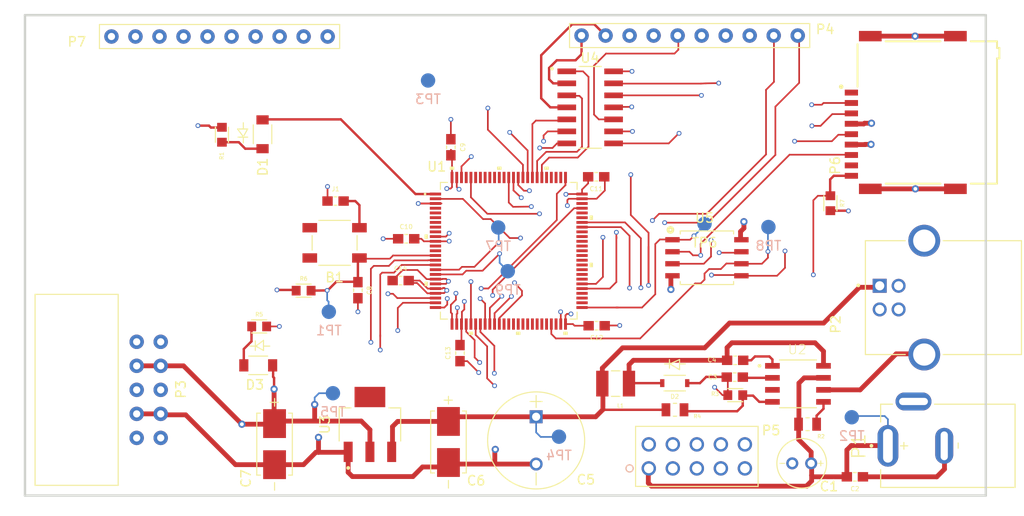
<source format=kicad_pcb>
(kicad_pcb (version 20171130) (host pcbnew 5.1.10)
  (title_block (title "Liquid Engine Microcontroller") (date 2021-06-30) (rev 1.0) (company "Sun Devil Rocketry") (comment 1 "Author: Colton"))
  (layers (0 F.Cu signal) (1 In1.Cu signal) (2 In2.Cu signal) (31 B.Cu signal) (34 B.Paste user) (35 F.Paste user) (36 B.SilkS user) (37 F.SilkS user) (38 B.Mask user) (39 F.Mask user) (44 Edge.Cuts user))
  (net 0 "")
  (net 1 Earth)
  (net 2 VIN)
  (net 3 "Net-(C3-Pad2)")
  (net 4 "Net-(C4-Pad1)")
  (net 5 "Net-(C4-Pad2)")
  (net 6 5V)
  (net 7 3.3V)
  (net 8 "Net-(D1-Pad1)")
  (net 9 "Net-(D3-Pad1)")
  (net 10 SWCLK)
  (net 11 SWDIO)
  (net 12 SS)
  (net 13 MOSI)
  (net 14 MISO)
  (net 15 SCK)
  (net 16 SDA)
  (net 17 SCL)
  (net 18 TX)
  (net 19 RX)
  (net 20 "Net-(R2-Pad1)")
  (net 21 "Net-(R3-Pad1)")
  (net 22 "Net-(U1-Pad95)")
  (net 23 "Net-(U1-Pad93)")
  (net 24 "Net-(U1-Pad92)")
  (net 25 "Net-(U1-Pad91)")
  (net 26 "Net-(U1-Pad90)")
  (net 27 "Net-(U1-Pad89)")
  (net 28 "Net-(U1-Pad80)")
  (net 29 "Net-(U1-Pad79)")
  (net 30 "Net-(U1-Pad78)")
  (net 31 "Net-(U1-Pad77)")
  (net 32 "Net-(U1-Pad73)")
  (net 33 "Net-(U1-Pad71)")
  (net 34 "Net-(U1-Pad70)")
  (net 35 "Net-(U1-Pad67)")
  (net 36 "Net-(U1-Pad66)")
  (net 37 "Net-(U1-Pad65)")
  (net 38 "Net-(U1-Pad64)")
  (net 39 "Net-(U1-Pad63)")
  (net 40 "Net-(U1-Pad62)")
  (net 41 "Net-(U1-Pad61)")
  (net 42 "Net-(U1-Pad60)")
  (net 43 "Net-(U1-Pad59)")
  (net 44 "Net-(U1-Pad58)")
  (net 45 "Net-(U1-Pad57)")
  (net 46 "Net-(U1-Pad54)")
  (net 47 "Net-(U1-Pad53)")
  (net 48 "Net-(U1-Pad52)")
  (net 49 "Net-(U1-Pad48)")
  (net 50 "Net-(U1-Pad46)")
  (net 51 "Net-(U1-Pad45)")
  (net 52 "Net-(U1-Pad44)")
  (net 53 "Net-(U1-Pad43)")
  (net 54 "Net-(U1-Pad42)")
  (net 55 "Net-(U1-Pad41)")
  (net 56 "Net-(U1-Pad40)")
  (net 57 "Net-(U1-Pad39)")
  (net 58 "Net-(U1-Pad38)")
  (net 59 "Net-(U1-Pad37)")
  (net 60 "Net-(U1-Pad9)")
  (net 61 "Net-(U1-Pad8)")
  (net 62 "Net-(U1-Pad7)")
  (net 63 "Net-(U1-Pad6)")
  (net 64 "Net-(U1-Pad5)")
  (net 65 "Net-(U1-Pad4)")
  (net 66 "Net-(U2-Pad3)")
  (net 67 "Net-(B1-Pad2)")
  (net 68 "Net-(B1-Pad4)")
  (net 69 "Net-(B1-Pad3)")
  (net 70 /NRST)
  (net 71 /MCU_STATUS)
  (net 72 "Net-(P2-Pad3)")
  (net 73 "Net-(P2-Pad2)")
  (net 74 "Net-(P3-PadA3)")
  (net 75 "Net-(P3-PadA5)")
  (net 76 /Connectors/PD0_BUF)
  (net 77 /Connectors/PD1_BUF)
  (net 78 /Connectors/PD2_BUF)
  (net 79 /Connectors/PD3_BUF)
  (net 80 /Connectors/PD4_BUF)
  (net 81 /Connectors/PD5_BUF)
  (net 82 PD6)
  (net 83 PD7)
  (net 84 PD8)
  (net 85 PD9)
  (net 86 A7)
  (net 87 A6)
  (net 88 A5)
  (net 89 A4)
  (net 90 A3)
  (net 91 A2)
  (net 92 A1)
  (net 93 A0)
  (net 94 SD_DETECT)
  (net 95 FLASH_SS)
  (net 96 FLASH_MISO)
  (net 97 FLASH_SCK)
  (net 98 FLASH_MOSI)
  (net 99 FLASH_WP)
  (net 100 SD_SS)
  (net 101 PD5)
  (net 102 PD4)
  (net 103 PD3)
  (net 104 PD2)
  (net 105 PD1)
  (net 106 PD0)
  (net 107 FLASH_HOLD)
  (net 108 "Net-(P1-Pad3)")
  (net 109 "Net-(P6-PadP8)")
  (net 110 "Net-(P6-PadP1)")
  (net 111 "Net-(P3-PadA1)")
  (net 112 "Net-(P3-PadB1)")
  (module Engine-Controller:SOT-223 (layer F.Cu) (at 138.0744 144.8816 90)
    (fp_text reference U3 (at -0.025 -4.754 90) (layer F.SilkS))
    (fp_text value LMS8117AMP-3.3_NOPB)
    (pad 1 smd rect (at -2.9 -2.3 90) (size 2.15 0.95) (layers F.Cu F.Paste F.Mask) (net 1 Earth))
    (pad 2 smd rect (at -2.9 0 90) (size 2.15 0.95) (layers F.Cu F.Paste F.Mask) (net 7 3.3V))
    (pad 3 smd rect (at -2.9 2.3 90) (size 2.15 0.95) (layers F.Cu F.Paste F.Mask) (net 6 5V))
    (pad 4 smd rect (at 2.9 0 90) (size 2.15 3.25) (layers F.Cu F.Paste F.Mask))
  )
  (module Engine-Controller:LM22672MRE-5.0_NOPB (layer F.Cu) (at 183.3372 140.589)
    (fp_text reference U2 (at -0.075 -3.635) (layer F.SilkS) (effects (font (thickness 0.0762))))
    (fp_text value VREG_LM5017MR/NOPB hide)
    (pad 1 smd rect (at -2.7 -1.905) (size 1.55 0.6) (layers F.Cu F.Paste) (net 5 "Net-(C4-Pad2)"))
    (pad 2 smd rect (at -2.7 -0.635) (size 1.55 0.6) (layers F.Cu F.Paste) (net 3 "Net-(C3-Pad2)"))
    (pad 3 smd rect (at -2.7 0.635) (size 1.55 0.6) (layers F.Cu F.Paste) (net 66 "Net-(U2-Pad3)"))
    (pad 4 smd rect (at -2.7 1.905) (size 1.55 0.6) (layers F.Cu F.Paste) (net 21 "Net-(R3-Pad1)"))
    (pad 5 smd rect (at 2.7 1.905) (size 1.55 0.6) (layers F.Cu F.Paste) (net 20 "Net-(R2-Pad1)"))
    (pad 6 smd rect (at 2.7 0.635) (size 1.55 0.6) (layers F.Cu F.Paste) (net 1 Earth))
    (pad 7 smd rect (at 2.7 -0.635) (size 1.55 0.6) (layers F.Cu F.Paste) (net 2 VIN))
    (pad 8 smd rect (at 2.7 -1.905) (size 1.55 0.6) (layers F.Cu F.Paste) (net 4 "Net-(C4-Pad1)"))
  )
  (module Engine-Controller:STM32L443VCT6 (layer F.Cu) (at 152.7556 126.5174)
    (fp_text reference U1 (at -7.62 -8.89) (layer F.SilkS))
    (fp_text value LQFP100-14x14mm hide)
    (pad 1 smd rect (at -7.75 -6.000001) (size 1.1938 0.3048) (layers F.Cu F.Paste F.Mask) (net 71 /MCU_STATUS))
    (pad 2 smd rect (at -7.75 -5.499999) (size 1.1938 0.3048) (layers F.Cu F.Paste F.Mask) (net 107 FLASH_HOLD))
    (pad 3 smd rect (at -7.75 -5) (size 1.1938 0.3048) (layers F.Cu F.Paste F.Mask) (net 94 SD_DETECT))
    (pad 4 smd rect (at -7.75 -4.500001) (size 1.1938 0.3048) (layers F.Cu F.Paste F.Mask) (net 65 "Net-(U1-Pad4)"))
    (pad 5 smd rect (at -7.75 -4) (size 1.1938 0.3048) (layers F.Cu F.Paste F.Mask) (net 64 "Net-(U1-Pad5)"))
    (pad 6 smd rect (at -7.75 -3.500001) (size 1.1938 0.3048) (layers F.Cu F.Paste F.Mask) (net 63 "Net-(U1-Pad6)"))
    (pad 7 smd rect (at -7.75 -2.999999) (size 1.1938 0.3048) (layers F.Cu F.Paste F.Mask) (net 62 "Net-(U1-Pad7)"))
    (pad 8 smd rect (at -7.75 -2.5) (size 1.1938 0.3048) (layers F.Cu F.Paste F.Mask) (net 61 "Net-(U1-Pad8)"))
    (pad 9 smd rect (at -7.75 -2.000001) (size 1.1938 0.3048) (layers F.Cu F.Paste F.Mask) (net 60 "Net-(U1-Pad9)"))
    (pad 10 smd rect (at -7.75 -1.5) (size 1.1938 0.3048) (layers F.Cu F.Paste F.Mask) (net 1 Earth))
    (pad 11 smd rect (at -7.75 -1.000001) (size 1.1938 0.3048) (layers F.Cu F.Paste F.Mask) (net 7 3.3V))
    (pad 12 smd rect (at -7.75 -0.500002) (size 1.1938 0.3048) (layers F.Cu F.Paste F.Mask))
    (pad 13 smd rect (at -7.75 0) (size 1.1938 0.3048) (layers F.Cu F.Paste F.Mask))
    (pad 14 smd rect (at -7.75 0.499999) (size 1.1938 0.3048) (layers F.Cu F.Paste F.Mask) (net 70 /NRST))
    (pad 15 smd rect (at -7.75 1.000001) (size 1.1938 0.3048) (layers F.Cu F.Paste F.Mask) (net 19 RX))
    (pad 16 smd rect (at -7.75 1.5) (size 1.1938 0.3048) (layers F.Cu F.Paste F.Mask) (net 18 TX))
    (pad 17 smd rect (at -7.75 1.999999) (size 1.1938 0.3048) (layers F.Cu F.Paste F.Mask) (net 96 FLASH_MISO))
    (pad 18 smd rect (at -7.75 2.5) (size 1.1938 0.3048) (layers F.Cu F.Paste F.Mask) (net 98 FLASH_MOSI))
    (pad 19 smd rect (at -7.75 2.999999) (size 1.1938 0.3048) (layers F.Cu F.Paste F.Mask) (net 1 Earth))
    (pad 20 smd rect (at -7.75 3.500001) (size 1.1938 0.3048) (layers F.Cu F.Paste F.Mask) (net 1 Earth))
    (pad 21 smd rect (at -7.75 4) (size 1.1938 0.3048) (layers F.Cu F.Paste F.Mask) (net 7 3.3V))
    (pad 22 smd rect (at -7.75 4.499999) (size 1.1938 0.3048) (layers F.Cu F.Paste F.Mask) (net 7 3.3V))
    (pad 23 smd rect (at -7.75 5) (size 1.1938 0.3048) (layers F.Cu F.Paste F.Mask) (net 93 A0))
    (pad 24 smd rect (at -7.75 5.499999) (size 1.1938 0.3048) (layers F.Cu F.Paste F.Mask) (net 15 SCK))
    (pad 25 smd rect (at -7.75 6.000001) (size 1.1938 0.3048) (layers F.Cu F.Paste F.Mask) (net 92 A1))
    (pad 26 smd rect (at -6.000001 7.75 90) (size 1.1938 0.3048) (layers F.Cu F.Paste F.Mask) (net 91 A2))
    (pad 27 smd rect (at -5.499999 7.75 90) (size 1.1938 0.3048) (layers F.Cu F.Paste F.Mask) (net 1 Earth))
    (pad 28 smd rect (at -5 7.75 90) (size 1.1938 0.3048) (layers F.Cu F.Paste F.Mask) (net 7 3.3V))
    (pad 29 smd rect (at -4.500001 7.75 90) (size 1.1938 0.3048) (layers F.Cu F.Paste F.Mask) (net 12 SS))
    (pad 30 smd rect (at -4 7.75 90) (size 1.1938 0.3048) (layers F.Cu F.Paste F.Mask) (net 90 A3))
    (pad 31 smd rect (at -3.500001 7.75 90) (size 1.1938 0.3048) (layers F.Cu F.Paste F.Mask) (net 14 MISO))
    (pad 32 smd rect (at -2.999999 7.75 90) (size 1.1938 0.3048) (layers F.Cu F.Paste F.Mask) (net 13 MOSI))
    (pad 33 smd rect (at -2.5 7.75 90) (size 1.1938 0.3048) (layers F.Cu F.Paste F.Mask) (net 89 A4))
    (pad 34 smd rect (at -2.000001 7.75 90) (size 1.1938 0.3048) (layers F.Cu F.Paste F.Mask) (net 88 A5))
    (pad 35 smd rect (at -1.5 7.75 90) (size 1.1938 0.3048) (layers F.Cu F.Paste F.Mask) (net 87 A6))
    (pad 36 smd rect (at -1.000001 7.75 90) (size 1.1938 0.3048) (layers F.Cu F.Paste F.Mask) (net 86 A7))
    (pad 37 smd rect (at -0.499999 7.75 90) (size 1.1938 0.3048) (layers F.Cu F.Paste F.Mask) (net 59 "Net-(U1-Pad37)"))
    (pad 38 smd rect (at 0 7.75 90) (size 1.1938 0.3048) (layers F.Cu F.Paste F.Mask) (net 58 "Net-(U1-Pad38)"))
    (pad 39 smd rect (at 0.499999 7.75 90) (size 1.1938 0.3048) (layers F.Cu F.Paste F.Mask) (net 57 "Net-(U1-Pad39)"))
    (pad 40 smd rect (at 1.000001 7.75 90) (size 1.1938 0.3048) (layers F.Cu F.Paste F.Mask) (net 56 "Net-(U1-Pad40)"))
    (pad 41 smd rect (at 1.5 7.75 90) (size 1.1938 0.3048) (layers F.Cu F.Paste F.Mask) (net 55 "Net-(U1-Pad41)"))
    (pad 42 smd rect (at 2.000001 7.75 90) (size 1.1938 0.3048) (layers F.Cu F.Paste F.Mask) (net 54 "Net-(U1-Pad42)"))
    (pad 43 smd rect (at 2.5 7.75 90) (size 1.1938 0.3048) (layers F.Cu F.Paste F.Mask) (net 53 "Net-(U1-Pad43)"))
    (pad 44 smd rect (at 2.999999 7.75 90) (size 1.1938 0.3048) (layers F.Cu F.Paste F.Mask) (net 52 "Net-(U1-Pad44)"))
    (pad 45 smd rect (at 3.500001 7.75 90) (size 1.1938 0.3048) (layers F.Cu F.Paste F.Mask) (net 51 "Net-(U1-Pad45)"))
    (pad 46 smd rect (at 4 7.75 90) (size 1.1938 0.3048) (layers F.Cu F.Paste F.Mask) (net 50 "Net-(U1-Pad46)"))
    (pad 47 smd rect (at 4.500001 7.75 90) (size 1.1938 0.3048) (layers F.Cu F.Paste F.Mask) (net 97 FLASH_SCK))
    (pad 48 smd rect (at 5 7.75 90) (size 1.1938 0.3048) (layers F.Cu F.Paste F.Mask) (net 49 "Net-(U1-Pad48)"))
    (pad 49 smd rect (at 5.499999 7.75 90) (size 1.1938 0.3048) (layers F.Cu F.Paste F.Mask) (net 1 Earth))
    (pad 50 smd rect (at 6.000001 7.75 90) (size 1.1938 0.3048) (layers F.Cu F.Paste F.Mask) (net 7 3.3V))
    (pad 51 smd rect (at 7.75 6.000001) (size 1.1938 0.3048) (layers F.Cu F.Paste F.Mask) (net 95 FLASH_SS))
    (pad 52 smd rect (at 7.75 5.499999) (size 1.1938 0.3048) (layers F.Cu F.Paste F.Mask) (net 48 "Net-(U1-Pad52)"))
    (pad 53 smd rect (at 7.75 5) (size 1.1938 0.3048) (layers F.Cu F.Paste F.Mask) (net 47 "Net-(U1-Pad53)"))
    (pad 54 smd rect (at 7.75 4.500001) (size 1.1938 0.3048) (layers F.Cu F.Paste F.Mask) (net 46 "Net-(U1-Pad54)"))
    (pad 55 smd rect (at 7.75 4) (size 1.1938 0.3048) (layers F.Cu F.Paste F.Mask) (net 84 PD8))
    (pad 56 smd rect (at 7.75 3.500001) (size 1.1938 0.3048) (layers F.Cu F.Paste F.Mask) (net 85 PD9))
    (pad 57 smd rect (at 7.75 2.999999) (size 1.1938 0.3048) (layers F.Cu F.Paste F.Mask) (net 45 "Net-(U1-Pad57)"))
    (pad 58 smd rect (at 7.75 2.5) (size 1.1938 0.3048) (layers F.Cu F.Paste F.Mask) (net 44 "Net-(U1-Pad58)"))
    (pad 59 smd rect (at 7.75 2.000001) (size 1.1938 0.3048) (layers F.Cu F.Paste F.Mask) (net 43 "Net-(U1-Pad59)"))
    (pad 60 smd rect (at 7.75 1.5) (size 1.1938 0.3048) (layers F.Cu F.Paste F.Mask) (net 42 "Net-(U1-Pad60)"))
    (pad 61 smd rect (at 7.75 1.000001) (size 1.1938 0.3048) (layers F.Cu F.Paste F.Mask) (net 41 "Net-(U1-Pad61)"))
    (pad 62 smd rect (at 7.75 0.499999) (size 1.1938 0.3048) (layers F.Cu F.Paste F.Mask) (net 40 "Net-(U1-Pad62)"))
    (pad 63 smd rect (at 7.75 0) (size 1.1938 0.3048) (layers F.Cu F.Paste F.Mask) (net 39 "Net-(U1-Pad63)"))
    (pad 64 smd rect (at 7.75 -0.499999) (size 1.1938 0.3048) (layers F.Cu F.Paste F.Mask) (net 38 "Net-(U1-Pad64)"))
    (pad 65 smd rect (at 7.75 -1.000001) (size 1.1938 0.3048) (layers F.Cu F.Paste F.Mask) (net 37 "Net-(U1-Pad65)"))
    (pad 66 smd rect (at 7.75 -1.5) (size 1.1938 0.3048) (layers F.Cu F.Paste F.Mask) (net 36 "Net-(U1-Pad66)"))
    (pad 67 smd rect (at 7.75 -2.000001) (size 1.1938 0.3048) (layers F.Cu F.Paste F.Mask) (net 35 "Net-(U1-Pad67)"))
    (pad 68 smd rect (at 7.75 -2.5) (size 1.1938 0.3048) (layers F.Cu F.Paste F.Mask) (net 17 SCL))
    (pad 69 smd rect (at 7.75 -2.999999) (size 1.1938 0.3048) (layers F.Cu F.Paste F.Mask) (net 16 SDA))
    (pad 70 smd rect (at 7.75 -3.500001) (size 1.1938 0.3048) (layers F.Cu F.Paste F.Mask) (net 34 "Net-(U1-Pad70)"))
    (pad 71 smd rect (at 7.75 -4) (size 1.1938 0.3048) (layers F.Cu F.Paste F.Mask) (net 33 "Net-(U1-Pad71)"))
    (pad 72 smd rect (at 7.75 -4.500001) (size 1.1938 0.3048) (layers F.Cu F.Paste F.Mask) (net 11 SWDIO))
    (pad 73 smd rect (at 7.75 -5) (size 1.1938 0.3048) (layers F.Cu F.Paste F.Mask) (net 32 "Net-(U1-Pad73)"))
    (pad 74 smd rect (at 7.75 -5.499999) (size 1.1938 0.3048) (layers F.Cu F.Paste F.Mask) (net 1 Earth))
    (pad 75 smd rect (at 7.75 -6.000001) (size 1.1938 0.3048) (layers F.Cu F.Paste F.Mask) (net 7 3.3V))
    (pad 76 smd rect (at 6.000001 -7.75 90) (size 1.1938 0.3048) (layers F.Cu F.Paste F.Mask) (net 10 SWCLK))
    (pad 77 smd rect (at 5.499999 -7.75 90) (size 1.1938 0.3048) (layers F.Cu F.Paste F.Mask) (net 31 "Net-(U1-Pad77)"))
    (pad 78 smd rect (at 5 -7.75 90) (size 1.1938 0.3048) (layers F.Cu F.Paste F.Mask) (net 30 "Net-(U1-Pad78)"))
    (pad 79 smd rect (at 4.500001 -7.75 90) (size 1.1938 0.3048) (layers F.Cu F.Paste F.Mask) (net 29 "Net-(U1-Pad79)"))
    (pad 80 smd rect (at 4 -7.75 90) (size 1.1938 0.3048) (layers F.Cu F.Paste F.Mask) (net 28 "Net-(U1-Pad80)"))
    (pad 81 smd rect (at 3.500001 -7.75 90) (size 1.1938 0.3048) (layers F.Cu F.Paste F.Mask) (net 106 PD0))
    (pad 82 smd rect (at 2.999999 -7.75 90) (size 1.1938 0.3048) (layers F.Cu F.Paste F.Mask) (net 105 PD1))
    (pad 83 smd rect (at 2.5 -7.75 90) (size 1.1938 0.3048) (layers F.Cu F.Paste F.Mask) (net 104 PD2))
    (pad 84 smd rect (at 2.000001 -7.75 90) (size 1.1938 0.3048) (layers F.Cu F.Paste F.Mask) (net 103 PD3))
    (pad 85 smd rect (at 1.5 -7.75 90) (size 1.1938 0.3048) (layers F.Cu F.Paste F.Mask) (net 102 PD4))
    (pad 86 smd rect (at 1.000001 -7.75 90) (size 1.1938 0.3048) (layers F.Cu F.Paste F.Mask) (net 101 PD5))
    (pad 87 smd rect (at 0.499999 -7.75 90) (size 1.1938 0.3048) (layers F.Cu F.Paste F.Mask) (net 82 PD6))
    (pad 88 smd rect (at 0 -7.75 90) (size 1.1938 0.3048) (layers F.Cu F.Paste F.Mask) (net 83 PD7))
    (pad 89 smd rect (at -0.499999 -7.75 90) (size 1.1938 0.3048) (layers F.Cu F.Paste F.Mask) (net 27 "Net-(U1-Pad89)"))
    (pad 90 smd rect (at -1.000001 -7.75 90) (size 1.1938 0.3048) (layers F.Cu F.Paste F.Mask) (net 26 "Net-(U1-Pad90)"))
    (pad 91 smd rect (at -1.5 -7.75 90) (size 1.1938 0.3048) (layers F.Cu F.Paste F.Mask) (net 25 "Net-(U1-Pad91)"))
    (pad 92 smd rect (at -2.000001 -7.75 90) (size 1.1938 0.3048) (layers F.Cu F.Paste F.Mask) (net 24 "Net-(U1-Pad92)"))
    (pad 93 smd rect (at -2.5 -7.75 90) (size 1.1938 0.3048) (layers F.Cu F.Paste F.Mask) (net 23 "Net-(U1-Pad93)"))
    (pad 94 smd rect (at -2.999999 -7.75 90) (size 1.1938 0.3048) (layers F.Cu F.Paste F.Mask))
    (pad 95 smd rect (at -3.500001 -7.75 90) (size 1.1938 0.3048) (layers F.Cu F.Paste F.Mask) (net 22 "Net-(U1-Pad95)"))
    (pad 96 smd rect (at -4 -7.75 90) (size 1.1938 0.3048) (layers F.Cu F.Paste F.Mask) (net 100 SD_SS))
    (pad 97 smd rect (at -4.500001 -7.75 90) (size 1.1938 0.3048) (layers F.Cu F.Paste F.Mask))
    (pad 98 smd rect (at -5 -7.75 90) (size 1.1938 0.3048) (layers F.Cu F.Paste F.Mask) (net 99 FLASH_WP))
    (pad 99 smd rect (at -5.499999 -7.75 90) (size 1.1938 0.3048) (layers F.Cu F.Paste F.Mask) (net 1 Earth))
    (pad 100 smd rect (at -6.000001 -7.75 90) (size 1.1938 0.3048) (layers F.Cu F.Paste F.Mask) (net 7 3.3V))
  )
  (module Engine-Controller:0901471110 (layer F.Cu) (at 122.174 103.8606)
    (fp_text reference P7 (at -15.0876 0.5588) (layer F.SilkS))
    (fp_text value 0901471110)
    (pad 10 thru_hole circle (at 11.43 0) (size 1.524 1.524) (drill 0.762) (layers *.Cu *.Mask) (net 1 Earth))
    (pad 9 thru_hole circle (at 8.89 0) (size 1.524 1.524) (drill 0.762) (layers *.Cu *.Mask) (net 7 3.3V))
    (pad 8 thru_hole circle (at 6.35 0) (size 1.524 1.524) (drill 0.762) (layers *.Cu *.Mask) (net 86 A7))
    (pad 7 thru_hole circle (at 3.81 0) (size 1.524 1.524) (drill 0.762) (layers *.Cu *.Mask) (net 87 A6))
    (pad 6 thru_hole circle (at 1.27 0) (size 1.524 1.524) (drill 0.762) (layers *.Cu *.Mask) (net 88 A5))
    (pad 5 thru_hole circle (at -1.27 0) (size 1.524 1.524) (drill 0.762) (layers *.Cu *.Mask) (net 89 A4))
    (pad 4 thru_hole circle (at -3.81 0) (size 1.524 1.524) (drill 0.762) (layers *.Cu *.Mask) (net 90 A3))
    (pad 3 thru_hole circle (at -6.35 0) (size 1.524 1.524) (drill 0.762) (layers *.Cu *.Mask) (net 91 A2))
    (pad 2 thru_hole circle (at -8.89 0) (size 1.524 1.524) (drill 0.762) (layers *.Cu *.Mask) (net 92 A1))
    (pad 1 thru_hole circle (at -11.43 0) (size 1.524 1.524) (drill 0.762) (layers *.Cu *.Mask) (net 93 A0))
  )
  (module Engine-Controller:0901471110 (layer F.Cu) (at 171.8818 103.759)
    (fp_text reference P4 (at 14.3256 -0.6604) (layer F.SilkS))
    (fp_text value 0901471110)
    (pad 10 thru_hole circle (at 11.43 0) (size 1.524 1.524) (drill 0.762) (layers *.Cu *.Mask) (net 85 PD9))
    (pad 9 thru_hole circle (at 8.89 0) (size 1.524 1.524) (drill 0.762) (layers *.Cu *.Mask) (net 84 PD8))
    (pad 8 thru_hole circle (at 6.35 0) (size 1.524 1.524) (drill 0.762) (layers *.Cu *.Mask) (net 83 PD7))
    (pad 7 thru_hole circle (at 3.81 0) (size 1.524 1.524) (drill 0.762) (layers *.Cu *.Mask) (net 82 PD6))
    (pad 6 thru_hole circle (at 1.27 0) (size 1.524 1.524) (drill 0.762) (layers *.Cu *.Mask) (net 81 /Connectors/PD5_BUF))
    (pad 5 thru_hole circle (at -1.27 0) (size 1.524 1.524) (drill 0.762) (layers *.Cu *.Mask) (net 80 /Connectors/PD4_BUF))
    (pad 4 thru_hole circle (at -3.81 0) (size 1.524 1.524) (drill 0.762) (layers *.Cu *.Mask) (net 79 /Connectors/PD3_BUF))
    (pad 3 thru_hole circle (at -6.35 0) (size 1.524 1.524) (drill 0.762) (layers *.Cu *.Mask) (net 78 /Connectors/PD2_BUF))
    (pad 2 thru_hole circle (at -8.89 0) (size 1.524 1.524) (drill 0.762) (layers *.Cu *.Mask) (net 77 /Connectors/PD1_BUF))
    (pad 1 thru_hole circle (at -11.43 0) (size 1.524 1.524) (drill 0.762) (layers *.Cu *.Mask) (net 76 /Connectors/PD0_BUF))
  )
  (module Engine-Controller:CWR11HH106KB (layer F.Cu) (at 146.3802 146.7358 270)
    (fp_text reference C6 (at 4.0894 -2.921 180) (layer F.SilkS))
    (fp_text value 10uF hide)
    (pad 1 smd rect (at -2.1717 0) (size 2.413 3.048) (layers F.Cu F.Paste F.Mask) (net 6 5V))
    (pad 2 smd rect (at 2.1717 0) (size 2.413 3.048) (layers F.Cu F.Paste F.Mask) (net 1 Earth))
  )
  (module Engine-Controller:CWR11HH106KB (layer F.Cu) (at 127.9906 146.9644 270)
    (fp_text reference C7 (at 3.6322 3.0226 90) (layer F.SilkS))
    (fp_text value 10uF hide)
    (pad 1 smd rect (at -2.1717 0) (size 2.413 3.048) (layers F.Cu F.Paste F.Mask) (net 7 3.3V))
    (pad 2 smd rect (at 2.1717 0) (size 2.413 3.048) (layers F.Cu F.Paste F.Mask) (net 1 Earth))
  )
  (module Engine-Controller:TP (layer B.Cu) (at 151.638 124.0536)
    (fp_text reference TP7 (at 0 1.9812) (layer B.SilkS) (effects (justify mirror)))
    (fp_text value TP hide)
    (pad 1 smd circle (at 0 0) (size 1.524 1.524) (layers B.Cu B.Paste B.Mask) (net 96 FLASH_MISO))
  )
  (module Engine-Controller:UHE2A121MHD6 (layer F.Cu) (at 155.6512 144.0688 270)
    (fp_text reference C5 (at 6.6548 -5.2578 180) (layer F.SilkS))
    (fp_text value 120uF hide)
    (pad 2 thru_hole circle (at 5.0038 0 270) (size 1.3716 1.3716) (drill 0.8636) (layers *.Cu *.Mask) (net 1 Earth))
    (pad 1 thru_hole rect (at 0 0 270) (size 1.3716 1.3716) (drill 0.8636) (layers *.Cu *.Mask) (net 6 5V))
  )
  (module Engine-Controller:RB160VAM-60TR (layer F.Cu) (at 170.307 140.5128)
    (fp_text reference D2 (at 0 1.4224) (layer F.SilkS) (effects (font (size 0.4572 0.4572) (thickness 0.0762))))
    (fp_text value Schottky hide)
    (pad 1 smd rect (at -1.3208 0) (size 0.4572 0.8382) (layers F.Cu F.Paste F.Mask) (net 4 "Net-(C4-Pad1)"))
    (pad 2 smd rect (at 1.3208 0) (size 0.4572 0.8382) (layers F.Cu F.Paste F.Mask) (net 1 Earth))
  )
  (module Engine-Controller:UKL1C220KDDANATD (layer F.Cu) (at 184.7342 148.9964 180)
    (fp_text reference C1 (at -1.8796 -2.4384) (layer F.SilkS))
    (fp_text value 22uF hide)
    (pad 2 thru_hole circle (at 2 0 180) (size 1.27 1.27) (drill 0.762) (layers *.Cu *.Mask) (net 1 Earth))
    (pad 1 thru_hole circle (at 0 0 180) (size 1.27 1.27) (drill 0.762) (layers *.Cu *.Mask) (net 2 VIN))
  )
  (module Engine-Controller:CAP_0603 (layer F.Cu) (at 189.357 150.4188 180)
    (fp_text reference C2 (at 0 -1.27) (layer F.SilkS) (effects (font (size 0.474067 0.474067) (thickness 0.0762))))
    (fp_text value 2.2uF)
    (pad 2 smd rect (at 0.85 0 180) (size 1.1 1) (layers F.Cu F.Paste F.Mask) (net 2 VIN))
    (pad 1 smd rect (at -0.85 0 180) (size 1.1 1) (layers F.Cu F.Paste F.Mask) (net 1 Earth))
  )
  (module Engine-Controller:CAP_0603 (layer F.Cu) (at 176.657 139.8778)
    (fp_text reference C3 (at -2.3368 0) (layer F.SilkS) (effects (font (size 0.474067 0.474067) (thickness 0.0762))))
    (fp_text value "1 uF")
    (pad 2 smd rect (at 0.85 0) (size 1.1 1) (layers F.Cu F.Paste F.Mask) (net 3 "Net-(C3-Pad2)"))
    (pad 1 smd rect (at -0.85 0) (size 1.1 1) (layers F.Cu F.Paste F.Mask) (net 1 Earth))
  )
  (module Engine-Controller:CAP_0603 (layer F.Cu) (at 176.696 138.0998)
    (fp_text reference C4 (at -2.452 -0.0508) (layer F.SilkS) (effects (font (size 0.474067 0.474067) (thickness 0.0762))))
    (fp_text value "10 nF")
    (pad 1 smd rect (at -0.85 0) (size 1.1 1) (layers F.Cu F.Paste F.Mask) (net 4 "Net-(C4-Pad1)"))
    (pad 2 smd rect (at 0.85 0) (size 1.1 1) (layers F.Cu F.Paste F.Mask) (net 5 "Net-(C4-Pad2)"))
  )
  (module Engine-Controller:CAP_0603 (layer F.Cu) (at 136.8044 130.683 90)
    (fp_text reference C8 (at -0.0254 1.2192 90) (layer F.SilkS) (effects (font (size 0.474067 0.474067) (thickness 0.0762))))
    (fp_text value 0.1u)
    (pad 1 smd rect (at -0.85 0 90) (size 1.1 1) (layers F.Cu F.Paste F.Mask) (net 1 Earth))
    (pad 2 smd rect (at 0.85 0 90) (size 1.1 1) (layers F.Cu F.Paste F.Mask) (net 70 /NRST))
  )
  (module Engine-Controller:150120AS75000 (layer F.Cu) (at 126.7206 114.1984 90)
    (fp_text reference D1 (at -3.4544 0.0254 90) (layer F.SilkS))
    (fp_text value 150120AS75000 hide)
    (pad 2 smd rect (at 1.524 0 90) (size 0.9652 1.2954) (layers F.Cu F.Paste F.Mask) (net 71 /MCU_STATUS))
    (pad 1 smd rect (at -1.524 0 90) (size 0.9652 1.2954) (layers F.Cu F.Paste F.Mask) (net 8 "Net-(D1-Pad1)"))
  )
  (module Engine-Controller:LTST-C150GKT (layer F.Cu) (at 126.2634 138.6332)
    (fp_text reference D3 (at -0.3556 2.0574) (layer F.SilkS))
    (fp_text value LTST-C150GKT hide)
    (pad 2 smd rect (at 1.524 0) (size 0.9652 1.2954) (layers F.Cu F.Paste F.Mask) (net 7 3.3V))
    (pad 1 smd rect (at -1.524 0) (size 0.9652 1.2954) (layers F.Cu F.Paste F.Mask) (net 9 "Net-(D3-Pad1)"))
  )
  (module Engine-Controller:CBC3225T220KR (layer F.Cu) (at 164.0586 140.5636 180)
    (fp_text reference L1 (at -0.508 -2.3368) (layer F.SilkS) (effects (font (size 0.393701 0.393701) (thickness 0.0762))))
    (fp_text value 22uH)
    (pad 2 smd rect (at 1.41 0 180) (size 1.3 2.72) (layers F.Cu F.Paste F.Mask) (net 6 5V))
    (pad 1 smd rect (at -1.41 0 180) (size 1.3 2.72) (layers F.Cu F.Paste F.Mask) (net 4 "Net-(C4-Pad1)"))
  )
  (module Engine-Controller:RES_0603 (layer F.Cu) (at 122.428 114.2492 90)
    (fp_text reference R1 (at -2.2352 -0.0254 90) (layer F.SilkS) (effects (font (size 0.415871 0.415871) (thickness 0.0762))))
    (fp_text value 240)
    (pad 1 smd rect (at -0.79 0 90) (size 0.94 1.02) (layers F.Cu F.Paste F.Mask) (net 8 "Net-(D1-Pad1)"))
    (pad 2 smd rect (at 0.79 0 90) (size 0.94 1.02) (layers F.Cu F.Paste F.Mask) (net 1 Earth))
  )
  (module Engine-Controller:RES_0805 (layer F.Cu) (at 184.3532 144.8562 180)
    (fp_text reference R2 (at -1.4224 -1.2954) (layer F.SilkS) (effects (font (size 0.393701 0.393701) (thickness 0.0762))))
    (fp_text value 470k)
    (pad 2 smd rect (at 0.955 0 180) (size 0.92 1.38) (layers F.Cu F.Paste F.Mask) (net 2 VIN))
    (pad 1 smd rect (at -0.955 0 180) (size 0.92 1.38) (layers F.Cu F.Paste F.Mask) (net 20 "Net-(R2-Pad1)"))
  )
  (module Engine-Controller:RES_0603 (layer F.Cu) (at 176.7078 141.7828 180)
    (fp_text reference R3 (at 2.1336 0.127) (layer F.SilkS) (effects (font (size 0.415871 0.415871) (thickness 0.0762))))
    (fp_text value 976)
    (pad 2 smd rect (at 0.79 0 180) (size 0.94 1.02) (layers F.Cu F.Paste F.Mask) (net 1 Earth))
    (pad 1 smd rect (at -0.79 0 180) (size 0.94 1.02) (layers F.Cu F.Paste F.Mask) (net 21 "Net-(R3-Pad1)"))
  )
  (module Engine-Controller:RES_0805 (layer F.Cu) (at 170.3324 143.3322 180)
    (fp_text reference R4 (at -2.3622 -0.6858) (layer F.SilkS) (effects (font (size 0.393701 0.393701) (thickness 0.0762))))
    (fp_text value 1.54k)
    (pad 1 smd rect (at -0.955 0 180) (size 0.92 1.38) (layers F.Cu F.Paste F.Mask) (net 21 "Net-(R3-Pad1)"))
    (pad 2 smd rect (at 0.955 0 180) (size 0.92 1.38) (layers F.Cu F.Paste F.Mask) (net 6 5V))
  )
  (module Engine-Controller:RES_0603 (layer F.Cu) (at 126.365 134.5184)
    (fp_text reference R5 (at 0 -1.27) (layer F.SilkS) (effects (font (size 0.415871 0.415871) (thickness 0.0762))))
    (fp_text value 240)
    (pad 1 smd rect (at -0.79 0) (size 0.94 1.02) (layers F.Cu F.Paste F.Mask) (net 9 "Net-(D3-Pad1)"))
    (pad 2 smd rect (at 0.79 0) (size 0.94 1.02) (layers F.Cu F.Paste F.Mask) (net 1 Earth))
  )
  (module Engine-Controller:TP (layer B.Cu) (at 133.731 132.969)
    (fp_text reference TP1 (at 0 1.9812) (layer B.SilkS) (effects (justify mirror)))
    (fp_text value TPNRST)
    (pad 1 smd circle (at 0 0) (size 1.524 1.524) (layers B.Cu B.Paste B.Mask) (net 70 /NRST))
  )
  (module Engine-Controller:TP (layer B.Cu) (at 189.0268 144.1196)
    (fp_text reference TP2 (at 0 1.9812) (layer B.SilkS) (effects (justify mirror)))
    (fp_text value TPVIN hide)
    (pad 1 smd circle (at 0 0) (size 1.524 1.524) (layers B.Cu B.Paste B.Mask) (net 2 VIN))
  )
  (module Engine-Controller:TP (layer B.Cu) (at 144.2212 108.5088)
    (fp_text reference TP3 (at 0 1.9812) (layer B.SilkS) (effects (justify mirror)))
    (fp_text value TPGND hide)
    (pad 1 smd circle (at 0 0) (size 1.524 1.524) (layers B.Cu B.Paste B.Mask) (net 1 Earth))
  )
  (module Engine-Controller:TP (layer B.Cu) (at 158.0642 146.177)
    (fp_text reference TP4 (at 0 1.9812) (layer B.SilkS) (effects (justify mirror)))
    (fp_text value TP5V hide)
    (pad 1 smd circle (at 0 0) (size 1.524 1.524) (layers B.Cu B.Paste B.Mask) (net 6 5V))
  )
  (module Engine-Controller:TP (layer B.Cu) (at 134.1628 141.5796)
    (fp_text reference TP5 (at 0 1.9812) (layer B.SilkS) (effects (justify mirror)))
    (fp_text value 3.3V hide)
    (pad 1 smd circle (at 0 0) (size 1.524 1.524) (layers B.Cu B.Paste B.Mask) (net 7 3.3V))
  )
  (module Engine-Controller:PTS647SM38SMTR2LFS (layer F.Cu) (at 134.3406 125.6792 180)
    (fp_text reference B1 (at 0 -3.6576) (layer F.SilkS))
    (fp_text value PTS647SM38SMTR2LFS hide)
    (pad 2 smd rect (at 2.625001 -1.599999 180) (size 1.5494 0.9906) (layers F.Cu F.Paste F.Mask) (net 67 "Net-(B1-Pad2)"))
    (pad 4 smd rect (at 2.625001 1.599999 180) (size 1.5494 0.9906) (layers F.Cu F.Paste F.Mask) (net 68 "Net-(B1-Pad4)"))
    (pad 3 smd rect (at -2.625001 1.599999 180) (size 1.5494 0.9906) (layers F.Cu F.Paste F.Mask) (net 69 "Net-(B1-Pad3)"))
    (pad 1 smd rect (at -2.625001 -1.599999 180) (size 1.5494 0.9906) (layers F.Cu F.Paste F.Mask) (net 70 /NRST))
  )
  (module Engine-Controller:CAP_0603 (layer F.Cu) (at 146.6342 115.57 270)
    (fp_text reference C9 (at 0 -1.27 90) (layer F.SilkS) (effects (font (size 0.474067 0.474067) (thickness 0.0762))))
    (fp_text value 0.1u)
    (pad 2 smd rect (at 0.85 0 270) (size 1.1 1) (layers F.Cu F.Paste F.Mask) (net 7 3.3V))
    (pad 1 smd rect (at -0.85 0 270) (size 1.1 1) (layers F.Cu F.Paste F.Mask) (net 1 Earth))
  )
  (module Engine-Controller:CAP_0603 (layer F.Cu) (at 141.9098 125.2474)
    (fp_text reference C10 (at 0 -1.27) (layer F.SilkS) (effects (font (size 0.474067 0.474067) (thickness 0.0762))))
    (fp_text value 0.1u)
    (pad 1 smd rect (at -0.85 0) (size 1.1 1) (layers F.Cu F.Paste F.Mask) (net 1 Earth))
    (pad 2 smd rect (at 0.85 0) (size 1.1 1) (layers F.Cu F.Paste F.Mask) (net 7 3.3V))
  )
  (module Engine-Controller:CAP_0603 (layer F.Cu) (at 162.0012 118.6942 180)
    (fp_text reference C11 (at 0 -1.27) (layer F.SilkS) (effects (font (size 0.474067 0.474067) (thickness 0.0762))))
    (fp_text value 0.1u)
    (pad 2 smd rect (at 0.85 0 180) (size 1.1 1) (layers F.Cu F.Paste F.Mask) (net 7 3.3V))
    (pad 1 smd rect (at -0.85 0 180) (size 1.1 1) (layers F.Cu F.Paste F.Mask) (net 1 Earth))
  )
  (module Engine-Controller:CAP_0603 (layer F.Cu) (at 162.052 134.4422 180)
    (fp_text reference C12 (at 0 -1.27) (layer F.SilkS) (effects (font (size 0.474067 0.474067) (thickness 0.0762))))
    (fp_text value 0.1u)
    (pad 1 smd rect (at -0.85 0 180) (size 1.1 1) (layers F.Cu F.Paste F.Mask) (net 1 Earth))
    (pad 2 smd rect (at 0.85 0 180) (size 1.1 1) (layers F.Cu F.Paste F.Mask) (net 7 3.3V))
  )
  (module Engine-Controller:CAP_0603 (layer F.Cu) (at 147.5994 137.3378 90)
    (fp_text reference C13 (at 0 -1.27 90) (layer F.SilkS) (effects (font (size 0.474067 0.474067) (thickness 0.0762))))
    (fp_text value 0.1u)
    (pad 2 smd rect (at 0.85 0 90) (size 1.1 1) (layers F.Cu F.Paste F.Mask) (net 7 3.3V))
    (pad 1 smd rect (at -0.85 0 90) (size 1.1 1) (layers F.Cu F.Paste F.Mask) (net 1 Earth))
  )
  (module Engine-Controller:CAP_0603 (layer F.Cu) (at 141.3256 129.667)
    (fp_text reference C14 (at 0 -1.27) (layer F.SilkS) (effects (font (size 0.474067 0.474067) (thickness 0.0762))))
    (fp_text value 0.1u)
    (pad 1 smd rect (at -0.85 0) (size 1.1 1) (layers F.Cu F.Paste F.Mask) (net 1 Earth))
    (pad 2 smd rect (at 0.85 0) (size 1.1 1) (layers F.Cu F.Paste F.Mask) (net 7 3.3V))
  )
  (module Engine-Controller:Jumper-NO (layer F.Cu) (at 134.4422 121.2596)
    (fp_text reference J1 (at 0 -1.27) (layer F.SilkS) (effects (font (size 0.474067 0.474067) (thickness 0.0762))))
    (fp_text value Jumper_NO)
    (pad 2 smd rect (at 0.85 0) (size 1.1 1) (layers F.Cu F.Paste F.Mask) (net 69 "Net-(B1-Pad3)"))
    (pad 1 smd rect (at -0.85 0) (size 1.1 1) (layers F.Cu F.Paste F.Mask) (net 1 Earth))
  )
  (module Engine-Controller:12V_power_jack (layer F.Cu) (at 195.5546 147.1422 90)
    (fp_text reference P1 (at -0.055 -5.789 90) (layer F.SilkS) (effects (font (size 1.4 1.4))))
    (fp_text value EJ508A)
    (pad 1 thru_hole oval (at 0 -2.705 90) (size 4.4 2.2) (drill oval 3.56 1.02) (layers *.Cu *.Mask) (net 2 VIN))
    (pad 2 thru_hole oval (at 0 3.25 90) (size 3.8 1.9) (drill oval 3.05 0.76) (layers *.Cu *.Mask) (net 1 Earth))
    (pad 3 thru_hole oval (at 4.69 0 90) (size 1.9 3.8) (drill oval 0.76 3.05) (layers *.Cu *.Mask) (net 108 "Net-(P1-Pad3)"))
  )
  (module Engine-Controller:USB-TypeB (layer F.Cu) (at 193.9798 131.4704 90)
    (fp_text reference P2 (at -2.825 -6.655 90) (layer F.SilkS))
    (fp_text value USB)
    (pad S2 thru_hole circle (at 6.02 2.71 90) (size 3.366 3.366) (drill 2.35) (layers *.Cu *.Mask) (net 1 Earth))
    (pad S1 thru_hole circle (at -6.02 2.71 90) (size 3.366 3.366) (drill 2.35) (layers *.Cu *.Mask) (net 1 Earth))
    (pad 4 thru_hole circle (at 1.25 0 90) (size 1.478 1.478) (drill 0.97) (layers *.Cu *.Mask) (net 1 Earth))
    (pad 3 thru_hole circle (at -1.25 0 90) (size 1.478 1.478) (drill 0.97) (layers *.Cu *.Mask) (net 72 "Net-(P2-Pad3)"))
    (pad 1 thru_hole rect (at 1.25 -2 90) (size 1.478 1.478) (drill 0.97) (layers *.Cu *.Mask) (net 6 5V))
    (pad 2 thru_hole circle (at -1.25 -2 90) (size 1.478 1.478) (drill 0.97) (layers *.Cu *.Mask) (net 73 "Net-(P2-Pad2)"))
  )
  (module Engine-Controller:SBH11-PBPC-D05-RA-BK (layer F.Cu) (at 114.681 141.224 270)
    (fp_text reference P3 (at -0.0508 -3.4036 90) (layer F.SilkS))
    (fp_text value SBH11-PBPC-D05-RA-BK)
    (pad A1 thru_hole circle (at -5.08 -1.27 270) (size 1.524 1.524) (drill 0.762) (layers *.Cu *.Mask) (net 111 "Net-(P3-PadA1)"))
    (pad A2 thru_hole circle (at -2.54 -1.27 270) (size 1.524 1.524) (drill 0.762) (layers *.Cu *.Mask) (net 7 3.3V))
    (pad A3 thru_hole circle (at 0 -1.27 270) (size 1.524 1.524) (drill 0.762) (layers *.Cu *.Mask) (net 74 "Net-(P3-PadA3)"))
    (pad A4 thru_hole circle (at 2.54 -1.27 270) (size 1.524 1.524) (drill 0.762) (layers *.Cu *.Mask) (net 1 Earth))
    (pad A5 thru_hole circle (at 5.08 -1.27 270) (size 1.524 1.524) (drill 0.762) (layers *.Cu *.Mask) (net 75 "Net-(P3-PadA5)"))
    (pad B1 thru_hole circle (at -5.08 1.27 270) (size 1.524 1.524) (drill 0.762) (layers *.Cu *.Mask) (net 112 "Net-(P3-PadB1)"))
    (pad B2 thru_hole circle (at -2.54 1.27 270) (size 1.524 1.524) (drill 0.762) (layers *.Cu *.Mask) (net 7 3.3V))
    (pad B3 thru_hole circle (at 0 1.27 270) (size 1.524 1.524) (drill 0.762) (layers *.Cu *.Mask) (net 10 SWCLK))
    (pad B4 thru_hole circle (at 2.54 1.27 270) (size 1.524 1.524) (drill 0.762) (layers *.Cu *.Mask) (net 1 Earth))
    (pad B5 thru_hole circle (at 5.08 1.27 270) (size 1.524 1.524) (drill 0.762) (layers *.Cu *.Mask) (net 11 SWDIO))
  )
  (module Engine-Controller:66953-005LF (layer F.Cu) (at 167.5638 149.5298)
    (fp_text reference P5 (at 12.9286 -4.0132) (layer F.SilkS))
    (fp_text value 66953-005LF hide)
    (pad B5 thru_hole circle (at 10.16 -2.54) (size 1.524 1.524) (drill 1.016) (layers *.Cu *.Mask) (net 12 SS))
    (pad B4 thru_hole circle (at 7.62 -2.54) (size 1.524 1.524) (drill 1.016) (layers *.Cu *.Mask) (net 13 MOSI))
    (pad B3 thru_hole circle (at 5.08 -2.54) (size 1.524 1.524) (drill 1.016) (layers *.Cu *.Mask) (net 14 MISO))
    (pad B2 thru_hole circle (at 2.54 -2.54) (size 1.524 1.524) (drill 1.016) (layers *.Cu *.Mask) (net 15 SCK))
    (pad B1 thru_hole circle (at 0 -2.54) (size 1.524 1.524) (drill 1.016) (layers *.Cu *.Mask) (net 1 Earth))
    (pad A5 thru_hole circle (at 10.16 0) (size 1.524 1.524) (drill 1.016) (layers *.Cu *.Mask) (net 16 SDA))
    (pad A4 thru_hole circle (at 7.62 0) (size 1.524 1.524) (drill 1.016) (layers *.Cu *.Mask) (net 17 SCL))
    (pad A3 thru_hole circle (at 5.08 0) (size 1.524 1.524) (drill 1.016) (layers *.Cu *.Mask) (net 18 TX))
    (pad A2 thru_hole circle (at 2.54 0) (size 1.524 1.524) (drill 1.016) (layers *.Cu *.Mask) (net 19 RX))
    (pad A1 thru_hole circle (at 0 0) (size 1.524 1.524) (drill 1.016) (layers *.Cu *.Mask) (net 2 VIN))
  )
  (module Engine-Controller:GCT_MEM2075-00-140-01-A (layer F.Cu) (at 200.406 112.3696 90)
    (fp_text reference P6 (at -5.125 -13.135 90) (layer F.SilkS))
    (fp_text value Micro_SD_Card)
    (pad SH4 smd rect (at 8.55 -0.42 90) (size 1.1 2.4) (layers F.Cu F.Paste F.Mask) (net 1 Earth))
    (pad SH3 smd rect (at 8.55 -9.42 90) (size 1.1 2.4) (layers F.Cu F.Paste F.Mask) (net 1 Earth))
    (pad SH2 smd rect (at -7.6 -9.42 90) (size 1.1 2.4) (layers F.Cu F.Paste F.Mask) (net 1 Earth))
    (pad SH1 smd rect (at -7.6 -0.42 90) (size 1.1 2.4) (layers F.Cu F.Paste F.Mask) (net 1 Earth))
    (pad None np_thru_hole circle (at 3.4 0 90) (size 0.95 0.95) (drill 0.95) (layers *.Cu *.Mask))
    (pad None np_thru_hole circle (at -3.4 0 90) (size 0.95 0.95) (drill 0.95) (layers *.Cu *.Mask))
    (pad P9 smd rect (at -6.22 -11.42 90) (size 0.62 1.4) (layers F.Cu F.Paste F.Mask) (net 94 SD_DETECT))
    (pad P8 smd rect (at -5.12 -11.42 90) (size 0.62 1.4) (layers F.Cu F.Paste F.Mask) (net 109 "Net-(P6-PadP8)"))
    (pad P7 smd rect (at -4.02 -11.42 90) (size 0.62 1.4) (layers F.Cu F.Paste F.Mask) (net 96 FLASH_MISO))
    (pad P6 smd rect (at -2.92 -11.42 90) (size 0.62 1.4) (layers F.Cu F.Paste F.Mask) (net 1 Earth))
    (pad P5 smd rect (at -1.82 -11.42 90) (size 0.62 1.4) (layers F.Cu F.Paste F.Mask) (net 97 FLASH_SCK))
    (pad P4 smd rect (at -0.72 -11.42 90) (size 0.62 1.4) (layers F.Cu F.Paste F.Mask) (net 7 3.3V))
    (pad P3 smd rect (at 0.38 -11.42 90) (size 0.62 1.4) (layers F.Cu F.Paste F.Mask) (net 98 FLASH_MOSI))
    (pad P2 smd rect (at 1.48 -11.42 90) (size 0.62 1.4) (layers F.Cu F.Paste F.Mask) (net 100 SD_SS))
    (pad P1 smd rect (at 2.58 -11.42 90) (size 0.62 1.4) (layers F.Cu F.Paste F.Mask) (net 110 "Net-(P6-PadP1)"))
  )
  (module Engine-Controller:RES_0603 (layer F.Cu) (at 131.064 130.7338)
    (fp_text reference R6 (at 0 -1.27) (layer F.SilkS) (effects (font (size 0.415871 0.415871) (thickness 0.0762))))
    (fp_text value 10k)
    (pad 2 smd rect (at 0.79 0) (size 0.94 1.02) (layers F.Cu F.Paste F.Mask) (net 70 /NRST))
    (pad 1 smd rect (at -0.79 0) (size 0.94 1.02) (layers F.Cu F.Paste F.Mask) (net 7 3.3V))
  )
  (module Engine-Controller:RES_0603 (layer F.Cu) (at 186.7662 121.4882 270)
    (fp_text reference R7 (at 0 -1.27 90) (layer F.SilkS) (effects (font (size 0.415871 0.415871) (thickness 0.0762))))
    (fp_text value 10k)
    (pad 1 smd rect (at -0.79 0 270) (size 0.94 1.02) (layers F.Cu F.Paste F.Mask) (net 94 SD_DETECT))
    (pad 2 smd rect (at 0.79 0 270) (size 0.94 1.02) (layers F.Cu F.Paste F.Mask) (net 7 3.3V))
  )
  (module Engine-Controller:TP (layer B.Cu) (at 173.4566 123.6726)
    (fp_text reference TP6 (at 0 1.9812) (layer F.SilkS))
    (fp_text value TP hide)
    (pad 1 smd circle (at 0 0) (size 1.524 1.524) (layers B.Cu B.Paste B.Mask) (net 95 FLASH_SS))
  )
  (module Engine-Controller:TP (layer B.Cu) (at 180.213 124.0028)
    (fp_text reference TP8 (at 0 1.9812) (layer B.SilkS) (effects (justify mirror)))
    (fp_text value TP hide)
    (pad 1 smd circle (at 0 0) (size 1.524 1.524) (layers B.Cu B.Paste B.Mask) (net 97 FLASH_SCK))
  )
  (module Engine-Controller:TP (layer B.Cu) (at 152.654 128.6764)
    (fp_text reference TP9 (at 0 1.9812) (layer B.SilkS) (effects (justify mirror)))
    (fp_text value TP hide)
    (pad 1 smd circle (at 0 0) (size 1.524 1.524) (layers B.Cu B.Paste B.Mask) (net 98 FLASH_MOSI))
  )
  (module Engine-Controller:SN74LV07ADR (layer F.Cu) (at 161.3662 111.3536)
    (fp_text reference U4 (at -0.0254 -5.2324) (layer F.SilkS))
    (fp_text value SN74LV07ADR)
    (pad 14 smd rect (at 2.475 -3.81) (size 1.97 0.6) (layers F.Cu F.Paste F.Mask) (net 7 3.3V))
    (pad 13 smd rect (at 2.475 -2.54) (size 1.97 0.6) (layers F.Cu F.Paste F.Mask) (net 101 PD5))
    (pad 12 smd rect (at 2.475 -1.27) (size 1.97 0.6) (layers F.Cu F.Paste F.Mask) (net 81 /Connectors/PD5_BUF))
    (pad 11 smd rect (at 2.475 0) (size 1.97 0.6) (layers F.Cu F.Paste F.Mask) (net 102 PD4))
    (pad 10 smd rect (at 2.475 1.27) (size 1.97 0.6) (layers F.Cu F.Paste F.Mask) (net 80 /Connectors/PD4_BUF))
    (pad 9 smd rect (at 2.475 2.54) (size 1.97 0.6) (layers F.Cu F.Paste F.Mask) (net 103 PD3))
    (pad 8 smd rect (at 2.475 3.81) (size 1.97 0.6) (layers F.Cu F.Paste F.Mask) (net 79 /Connectors/PD3_BUF))
    (pad 7 smd rect (at -2.475 3.81) (size 1.97 0.6) (layers F.Cu F.Paste F.Mask) (net 1 Earth))
    (pad 6 smd rect (at -2.475 2.54) (size 1.97 0.6) (layers F.Cu F.Paste F.Mask) (net 78 /Connectors/PD2_BUF))
    (pad 5 smd rect (at -2.475 1.27) (size 1.97 0.6) (layers F.Cu F.Paste F.Mask) (net 104 PD2))
    (pad 4 smd rect (at -2.475 0) (size 1.97 0.6) (layers F.Cu F.Paste F.Mask) (net 77 /Connectors/PD1_BUF))
    (pad 3 smd rect (at -2.475 -1.27) (size 1.97 0.6) (layers F.Cu F.Paste F.Mask) (net 105 PD1))
    (pad 2 smd rect (at -2.475 -2.54) (size 1.97 0.6) (layers F.Cu F.Paste F.Mask) (net 76 /Connectors/PD0_BUF))
    (pad 1 smd rect (at -2.475 -3.81) (size 1.97 0.6) (layers F.Cu F.Paste F.Mask) (net 106 PD0))
  )
  (module Engine-Controller:SST25VF040B-50-4I-S2AE-T (layer F.Cu) (at 173.7106 127.254)
    (fp_text reference U5 (at -0.254 -4.2164) (layer F.SilkS))
    (fp_text value SST25VF040B-50-4I-S2AE-T hide)
    (pad 8 smd rect (at 3.6449 -1.905) (size 1.524 0.5588) (layers F.Cu F.Paste F.Mask) (net 7 3.3V))
    (pad 7 smd rect (at 3.6449 -0.635) (size 1.524 0.5588) (layers F.Cu F.Paste F.Mask) (net 107 FLASH_HOLD))
    (pad 6 smd rect (at 3.6449 0.635) (size 1.524 0.5588) (layers F.Cu F.Paste F.Mask) (net 97 FLASH_SCK))
    (pad 5 smd rect (at 3.6449 1.905) (size 1.524 0.5588) (layers F.Cu F.Paste F.Mask) (net 98 FLASH_MOSI))
    (pad 4 smd rect (at -3.6449 1.905) (size 1.524 0.5588) (layers F.Cu F.Paste F.Mask) (net 1 Earth))
    (pad 3 smd rect (at -3.6449 0.635) (size 1.524 0.5588) (layers F.Cu F.Paste F.Mask) (net 99 FLASH_WP))
    (pad 2 smd rect (at -3.6449 -0.635) (size 1.524 0.5588) (layers F.Cu F.Paste F.Mask) (net 96 FLASH_MISO))
    (pad 1 smd rect (at -3.6449 -1.905) (size 1.524 0.5588) (layers F.Cu F.Paste F.Mask) (net 95 FLASH_SS))
  )
  (gr_line (start 203.2 152.4) (end 101.6 152.4) (layer Edge.Cuts) (width 0.254))
  (gr_line (start 203.2 152.4) (end 203.2 101.6) (layer Edge.Cuts) (width 0.254))
  (gr_line (start 101.6 101.6) (end 203.2 101.6) (layer Edge.Cuts) (width 0.254))
  (gr_line (start 101.6 152.4) (end 101.6 101.6) (layer Edge.Cuts) (width 0.254))
  (via (at 164.4904 134.4168) (size 0.5) (drill 0.3) (layers F.Cu B.Cu) (net 1))
  (via (at 191.0588 115.2652) (size 0.762) (drill 0.4) (layers F.Cu B.Cu) (net 1))
  (via (at 169.9006 130.6068) (size 0.762) (drill 0.4) (layers F.Cu B.Cu) (net 1))
  (via (at 119.888 113.284) (size 0.5) (drill 0.3) (layers F.Cu B.Cu) (net 1))
  (via (at 147.32 132.5372) (size 0.5) (drill 0.3) (layers F.Cu B.Cu) (net 1))
  (via (at 146.3802 129.7432) (size 0.5) (drill 0.3) (layers F.Cu B.Cu) (net 1))
  (segment (start 146.105999 130.017401) (end 146.3802 129.7432) (width 0.1778) (layer F.Cu) (net 1))
  (segment (start 145.0056 130.017401) (end 146.105999 130.017401) (width 0.1778) (layer F.Cu) (net 1))
  (segment (start 146.3802 129.7432) (end 146.1262 129.4892) (width 0.1778) (layer F.Cu) (net 1))
  (segment (start 146.1262 129.4892) (end 145.7452 129.4892) (width 0.1778) (layer F.Cu) (net 1))
  (segment (start 145.717001 129.517399) (end 145.0056 129.517399) (width 0.1778) (layer F.Cu) (net 1))
  (segment (start 145.7452 129.4892) (end 145.717001 129.517399) (width 0.1778) (layer F.Cu) (net 1))
  (via (at 146.4564 124.6632) (size 0.5) (drill 0.3) (layers F.Cu B.Cu) (net 1))
  (segment (start 146.1022 125.0174) (end 146.4564 124.6632) (width 0.1778) (layer F.Cu) (net 1))
  (segment (start 145.0056 125.0174) (end 146.1022 125.0174) (width 0.1778) (layer F.Cu) (net 1))
  (via (at 147.4978 120.015) (size 0.5) (drill 0.3) (layers F.Cu B.Cu) (net 1))
  (segment (start 147.255601 119.772801) (end 147.4978 120.015) (width 0.1778) (layer F.Cu) (net 1))
  (segment (start 147.255601 118.7674) (end 147.255601 119.772801) (width 0.1778) (layer F.Cu) (net 1))
  (via (at 158.242 132.969) (size 0.5) (drill 0.3) (layers F.Cu B.Cu) (net 1))
  (segment (start 158.255599 132.982599) (end 158.242 132.969) (width 0.1778) (layer F.Cu) (net 1))
  (segment (start 158.255599 134.2674) (end 158.255599 132.982599) (width 0.1778) (layer F.Cu) (net 1))
  (via (at 158.9532 121.7422) (size 0.5) (drill 0.3) (layers F.Cu B.Cu) (net 1))
  (segment (start 171.6278 140.5128) (end 172.974 140.5128) (width 0.254) (layer F.Cu) (net 1))
  (segment (start 172.974 140.5128) (end 173.6344 139.8524) (width 0.254) (layer F.Cu) (net 1))
  (segment (start 173.6344 139.8524) (end 175.6918 139.8524) (width 0.254) (layer F.Cu) (net 1))
  (segment (start 127.9906 149.1361) (end 131.0513 149.1361) (width 0.508) (layer F.Cu) (net 1))
  (segment (start 131.0513 149.1361) (end 132.3594 147.828) (width 0.508) (layer F.Cu) (net 1))
  (segment (start 135.7744 147.7816) (end 135.7744 149.9476) (width 0.508) (layer F.Cu) (net 1))
  (segment (start 135.7744 149.9476) (end 136.2202 150.3934) (width 0.508) (layer F.Cu) (net 1))
  (segment (start 136.2202 150.3934) (end 142.621 150.3934) (width 0.508) (layer F.Cu) (net 1))
  (segment (start 142.621 150.3934) (end 143.637 149.3774) (width 0.508) (layer F.Cu) (net 1))
  (segment (start 143.637 149.3774) (end 146.7866 149.3774) (width 0.508) (layer F.Cu) (net 1))
  (segment (start 119.888 113.284) (end 121.0564 113.284) (width 0.254) (layer F.Cu) (net 1))
  (segment (start 121.0564 113.284) (end 121.2596 113.4872) (width 0.254) (layer F.Cu) (net 1))
  (segment (start 121.2596 113.4872) (end 122.4026 113.4872) (width 0.254) (layer F.Cu) (net 1))
  (segment (start 169.9006 130.6068) (end 169.9006 129.1844) (width 0.508) (layer F.Cu) (net 1))
  (segment (start 190.986 119.9696) (end 195.7524 119.9696) (width 0.508) (layer F.Cu) (net 1))
  (segment (start 190.986 103.8196) (end 195.7226 103.8196) (width 0.508) (layer F.Cu) (net 1))
  (segment (start 191.0588 115.2652) (end 190.4492 115.2652) (width 0.508) (layer F.Cu) (net 1))
  (segment (start 190.4492 115.2652) (end 190.4238 115.2906) (width 0.508) (layer F.Cu) (net 1))
  (segment (start 190.4238 115.2906) (end 189.0014 115.2906) (width 0.508) (layer F.Cu) (net 1))
  (segment (start 195.7524 119.9696) (end 200.299 119.9696) (width 0.508) (layer F.Cu) (net 1))
  (via (at 195.7524 119.9696) (size 0.762) (drill 0.4) (layers F.Cu B.Cu) (net 1))
  (segment (start 195.7226 103.8196) (end 200.2946 103.8196) (width 0.508) (layer F.Cu) (net 1))
  (via (at 195.7226 103.8196) (size 0.762) (drill 0.4) (layers F.Cu B.Cu) (net 1))
  (segment (start 127.9906 149.1361) (end 123.8631 149.1361) (width 0.508) (layer F.Cu) (net 1))
  (segment (start 123.8631 149.1361) (end 118.5926 143.8656) (width 0.508) (layer F.Cu) (net 1))
  (segment (start 118.5926 143.8656) (end 115.9256 143.8656) (width 0.508) (layer F.Cu) (net 1))
  (segment (start 160.5056 121.017401) (end 159.093799 121.017401) (width 0.1778) (layer F.Cu) (net 1))
  (segment (start 158.9532 121.158) (end 158.9532 121.7422) (width 0.1778) (layer F.Cu) (net 1))
  (segment (start 159.093799 121.017401) (end 158.9532 121.158) (width 0.1778) (layer F.Cu) (net 1))
  (segment (start 147.32 132.5372) (end 147.32 133.1468) (width 0.1778) (layer F.Cu) (net 1))
  (segment (start 147.32 133.1468) (end 147.2438 133.223) (width 0.1778) (layer F.Cu) (net 1))
  (segment (start 147.2438 133.223) (end 147.2438 134.0866) (width 0.1778) (layer F.Cu) (net 1))
  (segment (start 158.8912 115.1636) (end 157.861 115.1636) (width 0.1778) (layer F.Cu) (net 1))
  (segment (start 157.861 115.1636) (end 157.3784 115.6462) (width 0.1778) (layer F.Cu) (net 1))
  (segment (start 157.3784 115.6462) (end 156.0322 115.6462) (width 0.1778) (layer F.Cu) (net 1))
  (via (at 156.0322 115.6462) (size 0.5) (drill 0.3) (layers F.Cu B.Cu) (net 1))
  (segment (start 164.4904 134.4168) (end 162.6108 134.4168) (width 0.1778) (layer F.Cu) (net 1))
  (segment (start 147.5994 138.1878) (end 148.3732 138.1878) (width 0.1778) (layer F.Cu) (net 1))
  (segment (start 148.3732 138.1878) (end 149.5806 139.3952) (width 0.1778) (layer F.Cu) (net 1))
  (segment (start 149.5806 139.3952) (end 149.5806 139.3952) (width 0.1778) (layer F.Cu) (net 1))
  (via (at 149.5806 139.3952) (size 0.5) (drill 0.3) (layers F.Cu B.Cu) (net 1))
  (segment (start 113.411 143.764) (end 116.0272 143.764) (width 0.508) (layer F.Cu) (net 1))
  (via (at 151.3332 147.5232) (size 0.762) (drill 0.4) (layers F.Cu B.Cu) (net 1))
  (segment (start 151.2824 147.574) (end 151.3332 147.5232) (width 0.508) (layer F.Cu) (net 1))
  (segment (start 155.6512 149.0726) (end 151.2824 149.0726) (width 0.508) (layer F.Cu) (net 1))
  (segment (start 151.2824 149.0726) (end 151.2824 147.574) (width 0.508) (layer F.Cu) (net 1))
  (segment (start 151.2824 149.0726) (end 146.7612 149.0726) (width 0.508) (layer F.Cu) (net 1))
  (via (at 132.6388 146.2532) (size 0.762) (drill 0.4) (layers F.Cu B.Cu) (net 1))
  (segment (start 132.6388 147.828) (end 132.6388 146.2532) (width 0.508) (layer F.Cu) (net 1))
  (segment (start 132.3594 147.828) (end 132.6388 147.828) (width 0.508) (layer F.Cu) (net 1))
  (segment (start 132.6388 147.828) (end 135.7884 147.828) (width 0.508) (layer F.Cu) (net 1))
  (segment (start 136.8044 131.533) (end 136.8044 132.969) (width 0.1778) (layer F.Cu) (net 1))
  (via (at 136.8044 132.969) (size 0.5) (drill 0.3) (layers F.Cu B.Cu) (net 1))
  (segment (start 127.155 134.5184) (end 128.4986 134.5184) (width 0.1778) (layer F.Cu) (net 1))
  (via (at 128.4986 134.5184) (size 0.5) (drill 0.3) (layers F.Cu B.Cu) (net 1))
  (segment (start 133.5922 121.2596) (end 133.5922 119.7238) (width 0.1778) (layer F.Cu) (net 1))
  (via (at 133.5922 119.7238) (size 0.5) (drill 0.3) (layers F.Cu B.Cu) (net 1))
  (segment (start 141.0598 125.2474) (end 139.4714 125.2474) (width 0.1778) (layer F.Cu) (net 1))
  (via (at 139.4714 125.2474) (size 0.5) (drill 0.3) (layers F.Cu B.Cu) (net 1))
  (segment (start 146.6342 114.72) (end 146.6342 112.6236) (width 0.1778) (layer F.Cu) (net 1))
  (via (at 146.6342 112.6236) (size 0.5) (drill 0.3) (layers F.Cu B.Cu) (net 1))
  (segment (start 160.5056 121.017401) (end 162.040199 121.017401) (width 0.1778) (layer F.Cu) (net 1))
  (segment (start 162.040199 121.017401) (end 162.9156 120.142) (width 0.1778) (layer F.Cu) (net 1))
  (segment (start 162.9156 120.142) (end 162.9156 118.7196) (width 0.1778) (layer F.Cu) (net 1))
  (segment (start 145.0056 129.517399) (end 144.071599 129.517399) (width 0.1778) (layer F.Cu) (net 1))
  (segment (start 144.071599 129.517399) (end 143.1036 128.5494) (width 0.1778) (layer F.Cu) (net 1))
  (segment (start 143.1036 128.5494) (end 141.5542 128.5494) (width 0.1778) (layer F.Cu) (net 1))
  (segment (start 141.5542 128.5494) (end 140.4366 129.667) (width 0.1778) (layer F.Cu) (net 1))
  (segment (start 175.9178 141.7828) (end 175.9178 139.8752) (width 0.1778) (layer F.Cu) (net 1))
  (segment (start 175.9178 141.7828) (end 175.3616 141.7828) (width 0.1778) (layer F.Cu) (net 1))
  (segment (start 175.3616 141.7828) (end 174.5234 140.9446) (width 0.1778) (layer F.Cu) (net 1))
  (via (at 174.5234 140.9446) (size 0.5) (drill 0.3) (layers F.Cu B.Cu) (net 1))
  (segment (start 186.0372 141.224) (end 189.9158 141.224) (width 0.508) (layer F.Cu) (net 1))
  (segment (start 189.9158 141.224) (end 193.7258 137.414) (width 0.508) (layer F.Cu) (net 1))
  (segment (start 193.7258 137.414) (end 196.9262 137.414) (width 0.508) (layer F.Cu) (net 1))
  (segment (start 190.207 150.4188) (end 190.2206 150.4188) (width 0.508) (layer F.Cu) (net 1))
  (segment (start 190.2206 150.4188) (end 198.0184 150.4188) (width 0.508) (layer F.Cu) (net 1))
  (segment (start 198.0184 150.4188) (end 198.8312 149.606) (width 0.508) (layer F.Cu) (net 1))
  (segment (start 198.8312 149.606) (end 198.8312 147.4216) (width 0.508) (layer F.Cu) (net 1))
  (segment (start 188.507 150.4188) (end 188.507 147.5858) (width 0.508) (layer F.Cu) (net 2))
  (segment (start 188.507 147.5858) (end 188.976 147.1168) (width 0.508) (layer F.Cu) (net 2))
  (segment (start 188.976 147.1168) (end 193.0654 147.1168) (width 0.508) (layer F.Cu) (net 2))
  (segment (start 184.7342 148.9964) (end 184.7342 147.8026) (width 0.508) (layer F.Cu) (net 2))
  (segment (start 184.7342 147.8026) (end 183.4134 146.4818) (width 0.508) (layer F.Cu) (net 2))
  (segment (start 183.4134 146.4818) (end 183.4134 146.3548) (width 0.508) (layer F.Cu) (net 2))
  (segment (start 183.4134 146.3548) (end 183.4134 144.5768) (width 0.508) (layer F.Cu) (net 2))
  (segment (start 186.0372 139.954) (end 183.9976 139.954) (width 0.508) (layer F.Cu) (net 2))
  (segment (start 183.9976 139.954) (end 183.4388 140.5128) (width 0.508) (layer F.Cu) (net 2))
  (segment (start 183.4388 140.5128) (end 183.4388 144.8308) (width 0.508) (layer F.Cu) (net 2))
  (segment (start 167.5638 149.5298) (end 167.6146 149.479) (width 0.508) (layer F.Cu) (net 2))
  (segment (start 167.6146 149.479) (end 167.513 149.5806) (width 0.508) (layer F.Cu) (net 2))
  (segment (start 167.513 149.5806) (end 167.513 151.0792) (width 0.508) (layer F.Cu) (net 2))
  (segment (start 167.513 151.0792) (end 167.8432 151.4094) (width 0.508) (layer F.Cu) (net 2))
  (segment (start 167.8432 151.4094) (end 184.2516 151.4094) (width 0.508) (layer F.Cu) (net 2))
  (segment (start 184.2516 151.4094) (end 184.2516 151.384) (width 0.508) (layer F.Cu) (net 2))
  (segment (start 184.2516 151.384) (end 184.785 150.8506) (width 0.508) (layer F.Cu) (net 2))
  (segment (start 184.9374 150.4188) (end 184.785 150.2664) (width 0.508) (layer F.Cu) (net 2))
  (segment (start 188.507 150.4188) (end 184.9374 150.4188) (width 0.508) (layer F.Cu) (net 2))
  (segment (start 184.785 150.2664) (end 184.785 148.8694) (width 0.508) (layer F.Cu) (net 2))
  (segment (start 184.785 150.8506) (end 184.785 150.2664) (width 0.508) (layer F.Cu) (net 2))
  (segment (start 192.8496 147.1422) (end 192.8496 144.3356) (width 0.1778) (layer B.Cu) (net 2))
  (segment (start 192.8496 144.3356) (end 192.5066 143.9926) (width 0.1778) (layer B.Cu) (net 2))
  (segment (start 192.5066 143.9926) (end 188.7728 143.9926) (width 0.1778) (layer B.Cu) (net 2))
  (segment (start 177.5832 139.954) (end 177.507 139.8778) (width 0.254) (layer F.Cu) (net 3))
  (segment (start 180.6372 139.954) (end 177.5832 139.954) (width 0.254) (layer F.Cu) (net 3))
  (segment (start 186.0372 138.684) (end 186.0372 137.1422) (width 0.508) (layer F.Cu) (net 4))
  (segment (start 186.0372 137.1422) (end 185.1406 136.2456) (width 0.508) (layer F.Cu) (net 4))
  (segment (start 185.1406 136.2456) (end 176.3522 136.2456) (width 0.508) (layer F.Cu) (net 4))
  (segment (start 176.3522 136.2456) (end 175.8442 136.7536) (width 0.508) (layer F.Cu) (net 4))
  (segment (start 175.8442 136.7536) (end 175.8442 138.1252) (width 0.508) (layer F.Cu) (net 4))
  (segment (start 168.9862 140.5128) (end 165.4556 140.5128) (width 0.254) (layer F.Cu) (net 4))
  (segment (start 175.846 138.0998) (end 165.9382 138.0998) (width 0.508) (layer F.Cu) (net 4))
  (segment (start 165.9382 138.0998) (end 165.481 138.557) (width 0.508) (layer F.Cu) (net 4))
  (segment (start 165.481 138.557) (end 165.481 140.6652) (width 0.508) (layer F.Cu) (net 4))
  (segment (start 180.6372 138.684) (end 180.6372 138.016) (width 0.254) (layer F.Cu) (net 5))
  (segment (start 180.6372 138.016) (end 180.3146 137.6934) (width 0.254) (layer F.Cu) (net 5))
  (segment (start 180.3146 137.6934) (end 178.7906 137.6934) (width 0.254) (layer F.Cu) (net 5))
  (segment (start 178.3842 138.0998) (end 177.546 138.0998) (width 0.254) (layer F.Cu) (net 5))
  (segment (start 178.7906 137.6934) (end 178.3842 138.0998) (width 0.254) (layer F.Cu) (net 5))
  (segment (start 162.7378 143.3322) (end 162.7124 143.3068) (width 0.254) (layer F.Cu) (net 6))
  (segment (start 169.3774 143.3322) (end 162.7378 143.3322) (width 0.254) (layer F.Cu) (net 6))
  (segment (start 162.7124 143.3068) (end 162.7124 140.3604) (width 0.508) (layer F.Cu) (net 6))
  (segment (start 161.9504 144.0688) (end 162.7124 143.3068) (width 0.508) (layer F.Cu) (net 6))
  (segment (start 155.6512 144.0688) (end 161.9504 144.0688) (width 0.508) (layer F.Cu) (net 6))
  (segment (start 155.6512 144.0688) (end 146.1262 144.0688) (width 0.508) (layer F.Cu) (net 6))
  (segment (start 146.3802 144.5641) (end 141.0081 144.5641) (width 0.508) (layer F.Cu) (net 6))
  (segment (start 141.0081 144.5641) (end 140.462 145.1102) (width 0.508) (layer F.Cu) (net 6))
  (segment (start 140.462 145.1102) (end 140.462 148.0312) (width 0.508) (layer F.Cu) (net 6))
  (segment (start 162.6486 140.5636) (end 162.6486 138.9256) (width 0.508) (layer F.Cu) (net 6))
  (segment (start 162.6486 138.9256) (end 164.7952 136.779) (width 0.508) (layer F.Cu) (net 6))
  (segment (start 164.7952 136.779) (end 173.482 136.779) (width 0.508) (layer F.Cu) (net 6))
  (segment (start 173.482 136.779) (end 176.0982 134.1628) (width 0.508) (layer F.Cu) (net 6))
  (segment (start 176.0982 134.1628) (end 186.055 134.1628) (width 0.508) (layer F.Cu) (net 6))
  (segment (start 186.055 134.1628) (end 189.8396 130.3782) (width 0.508) (layer F.Cu) (net 6))
  (segment (start 189.8396 130.3782) (end 192.024 130.3782) (width 0.508) (layer F.Cu) (net 6))
  (segment (start 155.6512 144.0688) (end 155.6512 145.7198) (width 0.1778) (layer B.Cu) (net 6))
  (segment (start 155.6512 145.7198) (end 156.1338 146.2024) (width 0.1778) (layer B.Cu) (net 6))
  (segment (start 156.1338 146.2024) (end 158.1404 146.2024) (width 0.1778) (layer B.Cu) (net 6))
  (via (at 191.1096 113.03) (size 0.762) (drill 0.4) (layers F.Cu B.Cu) (net 7))
  (via (at 177.6222 123.444) (size 0.762) (drill 0.4) (layers F.Cu B.Cu) (net 7))
  (via (at 188.6712 122.301) (size 0.5) (drill 0.3) (layers F.Cu B.Cu) (net 7))
  (via (at 128.2446 130.6576) (size 0.5) (drill 0.3) (layers F.Cu B.Cu) (net 7))
  (via (at 124.5362 144.8562) (size 0.762) (drill 0.4) (layers F.Cu B.Cu) (net 7))
  (via (at 148.0566 131.8768) (size 0.5) (drill 0.3) (layers F.Cu B.Cu) (net 7))
  (segment (start 146.755599 115.957199) (end 146.6342 115.8358) (width 0.1778) (layer F.Cu) (net 7))
  (segment (start 145.0056 131.017399) (end 145.0056 131.0356) (width 0.1778) (layer F.Cu) (net 7))
  (segment (start 145.0056 125.517399) (end 143.779999 125.517399) (width 0.1778) (layer F.Cu) (net 7))
  (segment (start 143.51 125.2474) (end 142.7598 125.2474) (width 0.1778) (layer F.Cu) (net 7))
  (segment (start 143.779999 125.517399) (end 143.51 125.2474) (width 0.1778) (layer F.Cu) (net 7))
  (segment (start 147.7556 136.3316) (end 147.5994 136.4878) (width 0.1778) (layer F.Cu) (net 7))
  (segment (start 147.7556 134.2674) (end 147.7556 136.3316) (width 0.1778) (layer F.Cu) (net 7))
  (segment (start 147.7518 134.2636) (end 147.7556 134.2674) (width 0.1778) (layer F.Cu) (net 7))
  (segment (start 146.755599 116.541399) (end 146.6342 116.42) (width 0.1778) (layer F.Cu) (net 7))
  (segment (start 146.755599 118.7674) (end 146.755599 116.541399) (width 0.1778) (layer F.Cu) (net 7))
  (segment (start 145.923 130.9878) (end 145.035199 130.9878) (width 0.1778) (layer F.Cu) (net 7))
  (segment (start 146.2024 130.7084) (end 145.9484 130.4544) (width 0.1778) (layer F.Cu) (net 7))
  (via (at 146.2024 130.7084) (size 0.5) (drill 0.3) (layers F.Cu B.Cu) (net 7))
  (segment (start 145.733 130.5174) (end 145.0056 130.5174) (width 0.1778) (layer F.Cu) (net 7))
  (segment (start 145.796 130.4544) (end 145.733 130.5174) (width 0.1778) (layer F.Cu) (net 7))
  (segment (start 145.9484 130.4544) (end 145.796 130.4544) (width 0.1778) (layer F.Cu) (net 7))
  (segment (start 145.035199 130.9878) (end 145.0056 131.017399) (width 0.1778) (layer F.Cu) (net 7))
  (segment (start 146.2024 130.7084) (end 145.923 130.9878) (width 0.1778) (layer F.Cu) (net 7))
  (via (at 146.4564 125.5014) (size 0.5) (drill 0.3) (layers F.Cu B.Cu) (net 7))
  (segment (start 146.440401 125.517399) (end 146.4564 125.5014) (width 0.1778) (layer F.Cu) (net 7))
  (segment (start 145.0056 125.517399) (end 146.440401 125.517399) (width 0.1778) (layer F.Cu) (net 7))
  (via (at 146.2024 119.9388) (size 0.5) (drill 0.3) (layers F.Cu B.Cu) (net 7))
  (segment (start 146.2024 119.9388) (end 146.6088 119.9388) (width 0.1778) (layer F.Cu) (net 7))
  (segment (start 146.755599 119.792001) (end 146.755599 118.7674) (width 0.1778) (layer F.Cu) (net 7))
  (segment (start 146.6088 119.9388) (end 146.755599 119.792001) (width 0.1778) (layer F.Cu) (net 7))
  (segment (start 158.755601 134.2674) (end 159.5404 134.2674) (width 0.1778) (layer F.Cu) (net 7))
  (segment (start 159.7152 134.4422) (end 161.202 134.4422) (width 0.1778) (layer F.Cu) (net 7))
  (segment (start 159.5404 134.2674) (end 159.7152 134.4422) (width 0.1778) (layer F.Cu) (net 7))
  (via (at 159.3342 133.1976) (size 0.5) (drill 0.3) (layers F.Cu B.Cu) (net 7))
  (segment (start 158.755601 134.2674) (end 158.755601 133.344399) (width 0.1778) (layer F.Cu) (net 7))
  (segment (start 158.9024 133.1976) (end 159.3342 133.1976) (width 0.1778) (layer F.Cu) (net 7))
  (segment (start 158.755601 133.344399) (end 158.9024 133.1976) (width 0.1778) (layer F.Cu) (net 7))
  (segment (start 160.5056 120.517399) (end 160.5056 120.0374) (width 0.1778) (layer F.Cu) (net 7))
  (segment (start 161.1512 119.3918) (end 161.1512 118.6942) (width 0.1778) (layer F.Cu) (net 7))
  (segment (start 160.5056 120.0374) (end 161.1512 119.3918) (width 0.1778) (layer F.Cu) (net 7))
  (segment (start 138.0744 147.7816) (end 138.0744 145.4404) (width 0.508) (layer F.Cu) (net 7))
  (segment (start 138.0744 145.4404) (end 137.16 144.526) (width 0.508) (layer F.Cu) (net 7))
  (via (at 127.9398 141.1478) (size 0.762) (drill 0.4) (layers F.Cu B.Cu) (net 7))
  (via (at 132.2324 142.7734) (size 0.762) (drill 0.4) (layers F.Cu B.Cu) (net 7))
  (segment (start 124.5362 144.8562) (end 128.016 144.8562) (width 0.508) (layer F.Cu) (net 7))
  (segment (start 127.9398 141.1478) (end 127.9398 144.78) (width 0.508) (layer F.Cu) (net 7))
  (segment (start 132.2324 144.5006) (end 132.2578 144.526) (width 0.508) (layer F.Cu) (net 7))
  (segment (start 132.2324 142.7734) (end 132.2324 144.5006) (width 0.508) (layer F.Cu) (net 7))
  (segment (start 132.2578 144.526) (end 127.5842 144.526) (width 0.508) (layer F.Cu) (net 7))
  (segment (start 137.16 144.526) (end 132.2578 144.526) (width 0.508) (layer F.Cu) (net 7))
  (segment (start 127.9398 141.1478) (end 127.9398 139.954) (width 0.254) (layer F.Cu) (net 7))
  (segment (start 127.9398 139.954) (end 127.8382 139.8524) (width 0.254) (layer F.Cu) (net 7))
  (segment (start 127.8382 139.8524) (end 127.8382 138.684) (width 0.254) (layer F.Cu) (net 7))
  (segment (start 128.2446 130.6576) (end 130.2766 130.6576) (width 0.254) (layer F.Cu) (net 7))
  (segment (start 177.6222 123.444) (end 177.6222 124.1298) (width 0.508) (layer F.Cu) (net 7))
  (segment (start 177.6222 124.1298) (end 177.2666 124.4854) (width 0.508) (layer F.Cu) (net 7))
  (segment (start 177.2666 124.4854) (end 177.2666 125.3236) (width 0.508) (layer F.Cu) (net 7))
  (segment (start 188.6484 122.2782) (end 188.6712 122.301) (width 0.254) (layer F.Cu) (net 7))
  (segment (start 186.7662 122.2782) (end 188.6484 122.2782) (width 0.254) (layer F.Cu) (net 7))
  (segment (start 191.1096 113.03) (end 190.373 113.03) (width 0.508) (layer F.Cu) (net 7))
  (segment (start 190.373 113.03) (end 190.2968 113.1062) (width 0.508) (layer F.Cu) (net 7))
  (segment (start 190.2968 113.1062) (end 188.7728 113.1062) (width 0.508) (layer F.Cu) (net 7))
  (segment (start 113.411 138.684) (end 115.8494 138.684) (width 0.508) (layer F.Cu) (net 7))
  (segment (start 118.364 138.684) (end 124.5362 144.8562) (width 0.508) (layer F.Cu) (net 7))
  (segment (start 115.951 138.684) (end 118.364 138.684) (width 0.508) (layer F.Cu) (net 7))
  (via (at 158.8008 120.5484) (size 0.5) (drill 0.3) (layers F.Cu B.Cu) (net 7))
  (segment (start 158.831801 120.517399) (end 158.8008 120.5484) (width 0.1778) (layer F.Cu) (net 7))
  (segment (start 160.5056 120.517399) (end 158.831801 120.517399) (width 0.1778) (layer F.Cu) (net 7))
  (segment (start 145.0056 130.5174) (end 144.1826 130.5174) (width 0.1778) (layer F.Cu) (net 7))
  (segment (start 144.1826 130.5174) (end 143.3322 129.667) (width 0.1778) (layer F.Cu) (net 7))
  (segment (start 143.3322 129.667) (end 142.1638 129.667) (width 0.1778) (layer F.Cu) (net 7))
  (segment (start 145.0056 131.017399) (end 144.149199 131.017399) (width 0.1778) (layer F.Cu) (net 7))
  (segment (start 144.149199 131.017399) (end 143.0528 129.921) (width 0.1778) (layer F.Cu) (net 7))
  (segment (start 143.0528 129.921) (end 142.113 129.921) (width 0.1778) (layer F.Cu) (net 7))
  (segment (start 148.0566 131.8768) (end 148.0566 132.715) (width 0.1778) (layer F.Cu) (net 7))
  (segment (start 148.0566 132.715) (end 147.8026 132.969) (width 0.1778) (layer F.Cu) (net 7))
  (segment (start 147.8026 134.0612) (end 147.7772 134.0866) (width 0.1778) (layer F.Cu) (net 7))
  (segment (start 147.8026 132.969) (end 147.8026 134.0612) (width 0.1778) (layer F.Cu) (net 7))
  (segment (start 163.8412 107.5436) (end 165.7858 107.5436) (width 0.1778) (layer F.Cu) (net 7))
  (via (at 165.7858 107.5436) (size 0.5) (drill 0.3) (layers F.Cu B.Cu) (net 7))
  (segment (start 132.2324 142.7734) (end 132.2324 142.0368) (width 0.1778) (layer B.Cu) (net 7))
  (segment (start 132.2324 142.0368) (end 132.6896 141.5796) (width 0.1778) (layer B.Cu) (net 7))
  (segment (start 132.6896 141.5796) (end 134.3152 141.5796) (width 0.1778) (layer B.Cu) (net 7))
  (segment (start 126.7206 115.7224) (end 124.8918 115.7224) (width 0.254) (layer F.Cu) (net 8))
  (segment (start 124.8918 115.7224) (end 124.206 115.0366) (width 0.254) (layer F.Cu) (net 8))
  (segment (start 124.206 115.0366) (end 122.3772 115.0366) (width 0.254) (layer F.Cu) (net 8))
  (segment (start 124.7394 138.6332) (end 124.7394 136.906) (width 0.254) (layer F.Cu) (net 9))
  (segment (start 124.7394 136.906) (end 125.5522 136.0932) (width 0.254) (layer F.Cu) (net 9))
  (segment (start 125.5522 136.0932) (end 125.5522 134.4422) (width 0.254) (layer F.Cu) (net 9))
  (via (at 149.8346 130.5052) (size 0.5) (drill 0.3) (layers F.Cu B.Cu) (net 10))
  (segment (start 149.8346 130.5052) (end 150.5966 130.5052) (width 0.1778) (layer F.Cu) (net 10))
  (segment (start 150.5966 130.5052) (end 157.8356 123.2662) (width 0.1778) (layer F.Cu) (net 10))
  (segment (start 157.8356 123.2662) (end 157.8356 120.4976) (width 0.1778) (layer F.Cu) (net 10))
  (segment (start 157.8356 120.4976) (end 158.75 119.5832) (width 0.1778) (layer F.Cu) (net 10))
  (segment (start 158.75 119.5832) (end 158.7246 119.5832) (width 0.1778) (layer F.Cu) (net 10))
  (segment (start 158.7246 119.5832) (end 158.75 119.5578) (width 0.1778) (layer F.Cu) (net 10))
  (segment (start 158.75 119.5578) (end 158.75 118.8212) (width 0.1778) (layer F.Cu) (net 10))
  (via (at 151.0538 131.2418) (size 0.5) (drill 0.3) (layers F.Cu B.Cu) (net 11))
  (segment (start 160.5056 122.017399) (end 159.668601 122.017399) (width 0.1778) (layer F.Cu) (net 11))
  (segment (start 151.0538 130.6322) (end 151.0538 131.2418) (width 0.1778) (layer F.Cu) (net 11))
  (segment (start 159.668601 122.017399) (end 151.0538 130.6322) (width 0.1778) (layer F.Cu) (net 11))
  (via (at 149.6822 138.3284) (size 0.5) (drill 0.3) (layers F.Cu B.Cu) (net 12))
  (segment (start 148.255599 134.2674) (end 148.255599 135.072999) (width 0.1778) (layer F.Cu) (net 12))
  (segment (start 148.255599 135.072999) (end 149.1488 135.9662) (width 0.1778) (layer F.Cu) (net 12))
  (segment (start 149.1488 137.795) (end 149.6822 138.3284) (width 0.1778) (layer F.Cu) (net 12))
  (segment (start 149.1488 135.9662) (end 149.1488 137.795) (width 0.1778) (layer F.Cu) (net 12))
  (via (at 151.2316 139.4714) (size 0.5) (drill 0.3) (layers F.Cu B.Cu) (net 13))
  (segment (start 149.755601 134.2674) (end 149.755601 135.099801) (width 0.1778) (layer F.Cu) (net 13))
  (segment (start 151.2316 136.5758) (end 151.2316 139.4714) (width 0.1778) (layer F.Cu) (net 13))
  (segment (start 149.755601 135.099801) (end 151.2316 136.5758) (width 0.1778) (layer F.Cu) (net 13))
  (via (at 151.257 140.7922) (size 0.5) (drill 0.3) (layers F.Cu B.Cu) (net 14))
  (segment (start 149.255599 134.2674) (end 149.255599 135.412599) (width 0.1778) (layer F.Cu) (net 14))
  (segment (start 149.255599 135.412599) (end 150.4696 136.6266) (width 0.1778) (layer F.Cu) (net 14))
  (segment (start 150.4696 140.0048) (end 151.257 140.7922) (width 0.1778) (layer F.Cu) (net 14))
  (segment (start 150.4696 136.6266) (end 150.4696 140.0048) (width 0.1778) (layer F.Cu) (net 14))
  (via (at 141.0208 134.9502) (size 0.5) (drill 0.3) (layers F.Cu B.Cu) (net 15))
  (segment (start 145.0056 132.017399) (end 141.566001 132.017399) (width 0.1778) (layer F.Cu) (net 15))
  (segment (start 141.0208 132.5626) (end 141.0208 134.9502) (width 0.1778) (layer F.Cu) (net 15))
  (segment (start 141.566001 132.017399) (end 141.0208 132.5626) (width 0.1778) (layer F.Cu) (net 15))
  (via (at 166.7256 130.429) (size 0.5) (drill 0.3) (layers F.Cu B.Cu) (net 16))
  (segment (start 160.5056 123.517401) (end 165.046401 123.517401) (width 0.1778) (layer F.Cu) (net 16))
  (segment (start 166.7256 125.1966) (end 166.7256 130.429) (width 0.1778) (layer F.Cu) (net 16))
  (segment (start 165.046401 123.517401) (end 166.7256 125.1966) (width 0.1778) (layer F.Cu) (net 16))
  (via (at 165.5318 130.4544) (size 0.5) (drill 0.3) (layers F.Cu B.Cu) (net 17))
  (segment (start 160.5056 124.0174) (end 164.6066 124.0174) (width 0.1778) (layer F.Cu) (net 17))
  (segment (start 165.5318 124.9426) (end 165.5318 130.4544) (width 0.1778) (layer F.Cu) (net 17))
  (segment (start 164.6066 124.0174) (end 165.5318 124.9426) (width 0.1778) (layer F.Cu) (net 17))
  (via (at 139.1666 137.0076) (size 0.5) (drill 0.3) (layers F.Cu B.Cu) (net 18))
  (segment (start 145.0056 128.0174) (end 141.4258 128.0174) (width 0.1778) (layer F.Cu) (net 18))
  (segment (start 141.4258 128.0174) (end 140.6144 128.8288) (width 0.1778) (layer F.Cu) (net 18))
  (segment (start 140.6144 128.8288) (end 139.3698 128.8288) (width 0.1778) (layer F.Cu) (net 18))
  (segment (start 139.3698 128.8288) (end 139.1666 129.032) (width 0.1778) (layer F.Cu) (net 18))
  (segment (start 139.1666 137.0076) (end 139.1666 135.4328) (width 0.1778) (layer F.Cu) (net 18))
  (segment (start 139.1666 135.4328) (end 139.1666 135.6106) (width 0.1778) (layer F.Cu) (net 18))
  (segment (start 139.1666 129.032) (end 139.1666 135.4328) (width 0.1778) (layer F.Cu) (net 18))
  (via (at 138.176 136.1948) (size 0.5) (drill 0.3) (layers F.Cu B.Cu) (net 19))
  (segment (start 144.2309 127.517401) (end 144.214901 127.5334) (width 0.1778) (layer F.Cu) (net 19))
  (segment (start 145.0056 127.517401) (end 144.2309 127.517401) (width 0.1778) (layer F.Cu) (net 19))
  (segment (start 144.214901 127.5334) (end 140.6652 127.5334) (width 0.1778) (layer F.Cu) (net 19))
  (segment (start 140.6652 127.5334) (end 140.081 128.1176) (width 0.1778) (layer F.Cu) (net 19))
  (segment (start 140.081 128.1176) (end 138.4808 128.1176) (width 0.1778) (layer F.Cu) (net 19))
  (segment (start 138.4808 128.1176) (end 138.176 128.4224) (width 0.1778) (layer F.Cu) (net 19))
  (segment (start 138.176 128.4224) (end 138.176 136.2202) (width 0.1778) (layer F.Cu) (net 19))
  (segment (start 185.3082 144.8562) (end 185.3082 143.952) (width 0.254) (layer F.Cu) (net 20))
  (segment (start 186.0372 143.223) (end 186.0372 142.494) (width 0.254) (layer F.Cu) (net 20))
  (segment (start 185.3082 143.952) (end 186.0372 143.223) (width 0.254) (layer F.Cu) (net 20))
  (segment (start 180.6372 142.494) (end 179.2478 142.494) (width 0.254) (layer F.Cu) (net 21))
  (segment (start 179.2478 142.494) (end 178.5874 141.8336) (width 0.254) (layer F.Cu) (net 21))
  (segment (start 178.5874 141.8336) (end 177.4698 141.8336) (width 0.254) (layer F.Cu) (net 21))
  (segment (start 177.4978 141.7828) (end 177.4978 142.8978) (width 0.254) (layer F.Cu) (net 21))
  (segment (start 177.4978 142.8978) (end 176.911 143.4846) (width 0.254) (layer F.Cu) (net 21))
  (segment (start 176.911 143.4846) (end 171.3738 143.4846) (width 0.254) (layer F.Cu) (net 21))
  (segment (start 136.965601 124.079201) (end 136.965601 121.700201) (width 0.254) (layer F.Cu) (net 69))
  (segment (start 136.965601 121.700201) (end 136.525 121.2596) (width 0.254) (layer F.Cu) (net 69))
  (segment (start 136.525 121.2596) (end 135.3058 121.2596) (width 0.254) (layer F.Cu) (net 69))
  (segment (start 145.0056 127.017399) (end 140.520801 127.017399) (width 0.1778) (layer F.Cu) (net 70))
  (segment (start 140.520801 127.017399) (end 140.1826 127.3556) (width 0.1778) (layer F.Cu) (net 70))
  (segment (start 140.1826 127.3556) (end 136.8552 127.3556) (width 0.1778) (layer F.Cu) (net 70))
  (segment (start 136.8044 129.833) (end 136.8044 127.381) (width 0.254) (layer F.Cu) (net 70))
  (segment (start 131.854 130.7338) (end 133.5532 130.7084) (width 0.254) (layer F.Cu) (net 70))
  (segment (start 133.5786 130.7338) (end 134.5184 129.794) (width 0.254) (layer F.Cu) (net 70))
  (segment (start 134.5184 129.794) (end 136.8298 129.794) (width 0.254) (layer F.Cu) (net 70))
  (segment (start 133.5532 130.7084) (end 133.5786 130.7338) (width 0.254) (layer F.Cu) (net 70))
  (via (at 133.5532 130.7084) (size 0.5) (drill 0.3) (layers F.Cu B.Cu) (net 70))
  (segment (start 133.5532 130.7084) (end 133.5532 131.7498) (width 0.1778) (layer B.Cu) (net 70))
  (segment (start 133.5532 131.7498) (end 133.7056 131.9022) (width 0.1778) (layer B.Cu) (net 70))
  (segment (start 133.7056 131.9022) (end 133.7056 133.0706) (width 0.1778) (layer B.Cu) (net 70))
  (segment (start 145.0056 120.517399) (end 142.894799 120.517399) (width 0.254) (layer F.Cu) (net 71))
  (segment (start 142.894799 120.517399) (end 135.001 112.6236) (width 0.254) (layer F.Cu) (net 71))
  (segment (start 135.001 112.6236) (end 126.6444 112.6236) (width 0.254) (layer F.Cu) (net 71))
  (segment (start 157.8356 106.3752) (end 159.8168 106.3752) (width 0.254) (layer F.Cu) (net 76))
  (segment (start 157.0228 107.188) (end 157.8356 106.3752) (width 0.254) (layer F.Cu) (net 76))
  (segment (start 157.0228 108.3818) (end 157.0228 107.188) (width 0.254) (layer F.Cu) (net 76))
  (segment (start 160.4518 105.7402) (end 160.4518 103.759) (width 0.254) (layer F.Cu) (net 76))
  (segment (start 157.4546 108.8136) (end 157.0228 108.3818) (width 0.254) (layer F.Cu) (net 76))
  (segment (start 159.8168 106.3752) (end 160.4518 105.7402) (width 0.254) (layer F.Cu) (net 76))
  (segment (start 158.8912 108.8136) (end 157.4546 108.8136) (width 0.254) (layer F.Cu) (net 76))
  (segment (start 158.8912 111.3536) (end 157.1498 111.3536) (width 0.254) (layer F.Cu) (net 77))
  (segment (start 157.1498 111.3536) (end 156.1846 110.3884) (width 0.254) (layer F.Cu) (net 77))
  (segment (start 156.1846 110.3884) (end 156.1846 105.8418) (width 0.254) (layer F.Cu) (net 77))
  (segment (start 156.1846 105.8418) (end 159.4612 102.5652) (width 0.254) (layer F.Cu) (net 77))
  (segment (start 161.798 102.5652) (end 162.9918 103.759) (width 0.254) (layer F.Cu) (net 77))
  (segment (start 159.4612 102.5652) (end 161.798 102.5652) (width 0.254) (layer F.Cu) (net 77))
  (segment (start 158.8912 113.8936) (end 156.8704 113.8936) (width 0.1778) (layer F.Cu) (net 78))
  (segment (start 156.8704 113.8936) (end 156.4386 114.3254) (width 0.1778) (layer F.Cu) (net 78))
  (via (at 156.4386 114.935) (size 0.5) (drill 0.3) (layers F.Cu B.Cu) (net 78))
  (segment (start 156.4386 114.3254) (end 156.4386 114.935) (width 0.1778) (layer F.Cu) (net 78))
  (segment (start 163.8412 115.1636) (end 169.672 115.1636) (width 0.1778) (layer F.Cu) (net 79))
  (via (at 170.7642 114.0968) (size 0.5) (drill 0.3) (layers F.Cu B.Cu) (net 79))
  (segment (start 170.7388 114.0968) (end 170.7642 114.0968) (width 0.1778) (layer F.Cu) (net 79))
  (segment (start 169.672 115.1636) (end 170.7388 114.0968) (width 0.1778) (layer F.Cu) (net 79))
  (segment (start 163.8412 112.6236) (end 162.2806 112.6236) (width 0.1778) (layer F.Cu) (net 80))
  (segment (start 162.2806 112.6236) (end 161.7726 112.1156) (width 0.1778) (layer F.Cu) (net 80))
  (segment (start 161.7726 112.1156) (end 161.7726 106.934) (width 0.1778) (layer F.Cu) (net 80))
  (segment (start 161.7726 106.934) (end 163.0426 105.664) (width 0.1778) (layer F.Cu) (net 80))
  (segment (start 163.0426 105.664) (end 170.0276 105.664) (width 0.1778) (layer F.Cu) (net 80))
  (segment (start 170.0276 105.664) (end 170.2816 105.664) (width 0.1778) (layer F.Cu) (net 80))
  (segment (start 170.2816 105.664) (end 170.688 105.2576) (width 0.1778) (layer F.Cu) (net 80))
  (segment (start 170.688 105.2576) (end 170.688 103.8606) (width 0.1778) (layer F.Cu) (net 80))
  (segment (start 163.8412 110.0836) (end 173.1264 110.0836) (width 0.1778) (layer F.Cu) (net 81))
  (via (at 173.1264 110.0836) (size 0.5) (drill 0.3) (layers F.Cu B.Cu) (net 81))
  (segment (start 153.255599 118.7674) (end 153.255599 120.133999) (width 0.1778) (layer F.Cu) (net 82))
  (segment (start 153.255599 120.133999) (end 154.0764 120.904) (width 0.1778) (layer F.Cu) (net 82))
  (segment (start 154.0764 120.904) (end 154.0256 120.904) (width 0.1778) (layer F.Cu) (net 82))
  (via (at 154.0764 120.904) (size 0.5) (drill 0.3) (layers F.Cu B.Cu) (net 82))
  (segment (start 152.7556 118.7674) (end 152.7556 121.412) (width 0.1778) (layer F.Cu) (net 83))
  (segment (start 152.7556 121.412) (end 153.2128 121.8692) (width 0.1778) (layer F.Cu) (net 83))
  (segment (start 153.2128 121.8692) (end 155.1432 121.8438) (width 0.1778) (layer F.Cu) (net 83))
  (segment (start 155.1432 121.8438) (end 155.1432 121.8692) (width 0.1778) (layer F.Cu) (net 83))
  (via (at 155.1432 121.8438) (size 0.5) (drill 0.3) (layers F.Cu B.Cu) (net 83))
  (segment (start 160.5056 130.5174) (end 163.4368 130.5174) (width 0.1778) (layer F.Cu) (net 84))
  (segment (start 163.4368 130.5174) (end 164.1348 129.8194) (width 0.1778) (layer F.Cu) (net 84))
  (segment (start 164.1348 125.0696) (end 164.1348 125.0696) (width 0.1778) (layer F.Cu) (net 84))
  (via (at 164.1348 124.5616) (size 0.5) (drill 0.3) (layers F.Cu B.Cu) (net 84))
  (segment (start 164.1348 124.5616) (end 164.1348 125.1966) (width 0.1778) (layer F.Cu) (net 84))
  (segment (start 164.1348 125.1966) (end 164.1348 125.0696) (width 0.1778) (layer F.Cu) (net 84))
  (segment (start 164.1348 129.8194) (end 164.1348 125.1966) (width 0.1778) (layer F.Cu) (net 84))
  (via (at 167.9448 123.317) (size 0.5) (drill 0.3) (layers F.Cu B.Cu) (net 84))
  (segment (start 167.9448 123.317) (end 168.656 122.6058) (width 0.1778) (layer F.Cu) (net 84))
  (segment (start 168.656 122.6058) (end 173.6852 122.6058) (width 0.1778) (layer F.Cu) (net 84))
  (segment (start 173.6852 122.6058) (end 179.959 116.332) (width 0.1778) (layer F.Cu) (net 84))
  (segment (start 179.959 116.332) (end 179.959 109.4994) (width 0.1778) (layer F.Cu) (net 84))
  (segment (start 179.959 109.4994) (end 180.7972 108.6612) (width 0.1778) (layer F.Cu) (net 84))
  (segment (start 180.7972 108.6612) (end 180.7972 103.5812) (width 0.1778) (layer F.Cu) (net 84))
  (via (at 162.7124 125.095) (size 0.5) (drill 0.3) (layers F.Cu B.Cu) (net 85))
  (segment (start 161.980999 130.017401) (end 160.5056 130.017401) (width 0.1778) (layer F.Cu) (net 85))
  (segment (start 162.7124 129.286) (end 161.980999 130.017401) (width 0.1778) (layer F.Cu) (net 85))
  (segment (start 162.7124 125.095) (end 162.7124 129.286) (width 0.1778) (layer F.Cu) (net 85))
  (via (at 169.2402 123.5456) (size 0.5) (drill 0.3) (layers F.Cu B.Cu) (net 85))
  (segment (start 169.2402 123.5456) (end 173.5074 123.5456) (width 0.1778) (layer F.Cu) (net 85))
  (segment (start 173.5074 123.5456) (end 173.7868 123.5456) (width 0.1778) (layer F.Cu) (net 85))
  (segment (start 173.7868 123.5456) (end 180.9496 116.3828) (width 0.1778) (layer F.Cu) (net 85))
  (segment (start 180.9496 116.3828) (end 180.9496 111.2774) (width 0.1778) (layer F.Cu) (net 85))
  (segment (start 180.9496 111.2774) (end 183.4642 108.7628) (width 0.1778) (layer F.Cu) (net 85))
  (segment (start 183.4642 108.7628) (end 183.4642 103.7082) (width 0.1778) (layer F.Cu) (net 85))
  (segment (start 151.755599 133.62948) (end 154.1526 131.232479) (width 0.1778) (layer F.Cu) (net 86))
  (segment (start 151.755599 134.2674) (end 151.755599 133.62948) (width 0.1778) (layer F.Cu) (net 86))
  (segment (start 154.1526 131.232479) (end 154.1526 130.7592) (width 0.1778) (layer F.Cu) (net 86))
  (segment (start 154.1526 130.7592) (end 153.3652 129.8956) (width 0.1778) (layer F.Cu) (net 86))
  (segment (start 153.3652 129.8956) (end 153.3652 129.9718) (width 0.1778) (layer F.Cu) (net 86))
  (via (at 153.3652 129.8956) (size 0.5) (drill 0.3) (layers F.Cu B.Cu) (net 86))
  (segment (start 151.2556 134.2674) (end 151.2556 133.1228) (width 0.1778) (layer F.Cu) (net 87))
  (segment (start 151.2556 133.1228) (end 153.035 131.3434) (width 0.1778) (layer F.Cu) (net 87))
  (segment (start 153.035 131.3434) (end 153.035 131.3434) (width 0.1778) (layer F.Cu) (net 87))
  (via (at 153.035 131.3434) (size 0.5) (drill 0.3) (layers F.Cu B.Cu) (net 87))
  (segment (start 150.755599 134.2674) (end 150.755599 132.556001) (width 0.1778) (layer F.Cu) (net 88))
  (segment (start 150.755599 132.556001) (end 152.019 131.318) (width 0.1778) (layer F.Cu) (net 88))
  (segment (start 152.019 131.318) (end 152.019 131.2926) (width 0.1778) (layer F.Cu) (net 88))
  (via (at 152.019 131.318) (size 0.5) (drill 0.3) (layers F.Cu B.Cu) (net 88))
  (segment (start 150.2556 134.2674) (end 150.2556 132.0946) (width 0.1778) (layer F.Cu) (net 89))
  (segment (start 150.2556 132.0946) (end 149.733 131.572) (width 0.1778) (layer F.Cu) (net 89))
  (segment (start 149.733 131.572) (end 149.7838 131.6228) (width 0.1778) (layer F.Cu) (net 89))
  (via (at 149.733 131.572) (size 0.5) (drill 0.3) (layers F.Cu B.Cu) (net 89))
  (segment (start 148.7556 134.2674) (end 148.7556 129.7818) (width 0.1778) (layer F.Cu) (net 90))
  (segment (start 148.7556 129.7818) (end 148.7556 129.7818) (width 0.1778) (layer F.Cu) (net 90))
  (via (at 148.7556 129.7818) (size 0.5) (drill 0.3) (layers F.Cu B.Cu) (net 90))
  (segment (start 146.755599 134.2674) (end 146.755599 133.166599) (width 0.1778) (layer F.Cu) (net 91))
  (segment (start 146.755599 133.166599) (end 146.6342 133.0452) (width 0.1778) (layer F.Cu) (net 91))
  (segment (start 146.6342 133.0452) (end 146.6342 132.2324) (width 0.1778) (layer F.Cu) (net 91))
  (segment (start 146.6342 132.2324) (end 147.1676 131.699) (width 0.1778) (layer F.Cu) (net 91))
  (segment (start 147.1676 131.699) (end 147.1676 131.0132) (width 0.1778) (layer F.Cu) (net 91))
  (segment (start 147.1676 131.0132) (end 147.1676 131.0132) (width 0.1778) (layer F.Cu) (net 91))
  (via (at 147.1676 131.0132) (size 0.5) (drill 0.3) (layers F.Cu B.Cu) (net 91))
  (segment (start 145.0056 132.517401) (end 145.942799 132.517401) (width 0.1778) (layer F.Cu) (net 92))
  (segment (start 145.942799 132.517401) (end 146.2532 132.207) (width 0.1778) (layer F.Cu) (net 92))
  (segment (start 146.2532 132.207) (end 146.2532 131.572) (width 0.1778) (layer F.Cu) (net 92))
  (segment (start 146.2532 131.572) (end 146.2532 131.572) (width 0.1778) (layer F.Cu) (net 92))
  (via (at 146.2532 131.572) (size 0.5) (drill 0.3) (layers F.Cu B.Cu) (net 92))
  (via (at 139.9794 131.064) (size 0.5) (drill 0.3) (layers F.Cu B.Cu) (net 93))
  (segment (start 140.5128 131.064) (end 139.9794 131.064) (width 0.1778) (layer F.Cu) (net 93))
  (segment (start 140.9662 131.5174) (end 140.5128 131.064) (width 0.1778) (layer F.Cu) (net 93))
  (segment (start 145.0056 131.5174) (end 140.9662 131.5174) (width 0.1778) (layer F.Cu) (net 93))
  (segment (start 188.986 118.5896) (end 187.1248 118.5896) (width 0.254) (layer F.Cu) (net 94))
  (segment (start 187.1248 118.5896) (end 186.7408 118.9736) (width 0.254) (layer F.Cu) (net 94))
  (segment (start 186.7408 118.9736) (end 186.7408 120.8024) (width 0.254) (layer F.Cu) (net 94))
  (segment (start 145.0056 121.5174) (end 143.1836 121.5174) (width 0.1778) (layer F.Cu) (net 94))
  (via (at 143.1836 121.5174) (size 0.5) (drill 0.3) (layers F.Cu B.Cu) (net 94))
  (segment (start 143.1836 121.5174) (end 145.643523 121.5174) (width 0.1778) (layer F.Cu) (net 94))
  (via (at 165.6588 118.4656) (size 0.5) (drill 0.3) (layers F.Cu B.Cu) (net 94))
  (segment (start 165.6588 118.4656) (end 165.6588 122.7328) (width 0.1778) (layer F.Cu) (net 94))
  (segment (start 165.6588 122.7328) (end 167.5384 124.6124) (width 0.1778) (layer F.Cu) (net 94))
  (segment (start 167.5384 124.6124) (end 167.5384 130.175) (width 0.1778) (layer F.Cu) (net 94))
  (via (at 167.5384 130.175) (size 0.5) (drill 0.3) (layers F.Cu B.Cu) (net 94))
  (segment (start 167.5384 130.175) (end 167.5384 126.086334) (width 0.1778) (layer F.Cu) (net 94))
  (via (at 184.9628 129.0574) (size 0.5) (drill 0.3) (layers F.Cu B.Cu) (net 94))
  (segment (start 184.9628 129.0574) (end 184.9628 121.1834) (width 0.1778) (layer F.Cu) (net 94))
  (segment (start 184.9628 121.1834) (end 185.4454 120.7008) (width 0.1778) (layer F.Cu) (net 94))
  (segment (start 185.4454 120.7008) (end 186.7662 120.7008) (width 0.1778) (layer F.Cu) (net 94))
  (segment (start 164.140401 132.517401) (end 166.846999 132.517401) (width 0.1778) (layer F.Cu) (net 95))
  (segment (start 160.5056 132.517401) (end 164.140401 132.517401) (width 0.1778) (layer F.Cu) (net 95))
  (segment (start 164.140401 132.517401) (end 164.306999 132.517401) (width 0.1778) (layer F.Cu) (net 95))
  (segment (start 166.846999 132.517401) (end 168.2496 131.1148) (width 0.1778) (layer F.Cu) (net 95))
  (segment (start 168.2496 131.1148) (end 168.2496 125.8062) (width 0.1778) (layer F.Cu) (net 95))
  (segment (start 168.2496 125.8062) (end 168.7322 125.3236) (width 0.1778) (layer F.Cu) (net 95))
  (segment (start 168.7322 125.3236) (end 170.1292 125.3236) (width 0.1778) (layer F.Cu) (net 95))
  (segment (start 170.0657 125.349) (end 171.9326 125.349) (width 0.1778) (layer F.Cu) (net 95))
  (segment (start 171.9326 125.349) (end 172.339 124.9426) (width 0.1778) (layer F.Cu) (net 95))
  (segment (start 172.339 124.9426) (end 172.339 124.9426) (width 0.1778) (layer F.Cu) (net 95))
  (via (at 172.339 124.9426) (size 0.5) (drill 0.3) (layers F.Cu B.Cu) (net 95))
  (segment (start 172.339 124.9426) (end 173.5328 123.7488) (width 0.1778) (layer B.Cu) (net 95))
  (via (at 173.0502 127) (size 0.5) (drill 0.3) (layers F.Cu B.Cu) (net 96))
  (via (at 151.6888 125.6538) (size 0.5) (drill 0.3) (layers F.Cu B.Cu) (net 96))
  (segment (start 145.0056 128.517399) (end 147.504401 128.517399) (width 0.1778) (layer F.Cu) (net 96))
  (segment (start 147.8026 128.2192) (end 149.1234 128.2192) (width 0.1778) (layer F.Cu) (net 96))
  (segment (start 147.504401 128.517399) (end 147.8026 128.2192) (width 0.1778) (layer F.Cu) (net 96))
  (segment (start 173.0502 127) (end 172.2374 127) (width 0.1778) (layer F.Cu) (net 96))
  (segment (start 172.2374 127) (end 171.8564 126.619) (width 0.1778) (layer F.Cu) (net 96))
  (segment (start 171.8564 126.619) (end 170.1038 126.619) (width 0.1778) (layer F.Cu) (net 96))
  (segment (start 149.1234 128.2192) (end 151.6888 125.6538) (width 0.1778) (layer F.Cu) (net 96))
  (segment (start 173.0502 125.802466) (end 173.0756 125.777066) (width 0.1778) (layer F.Cu) (net 96))
  (segment (start 173.0502 127) (end 173.0502 125.802466) (width 0.1778) (layer F.Cu) (net 96))
  (segment (start 173.0756 125.777066) (end 173.0756 125.73) (width 0.1778) (layer F.Cu) (net 96))
  (segment (start 173.0756 125.73) (end 182.4482 116.3574) (width 0.1778) (layer F.Cu) (net 96))
  (segment (start 182.4482 116.3574) (end 189.1284 116.3574) (width 0.1778) (layer F.Cu) (net 96))
  (segment (start 151.6888 125.6538) (end 151.6888 123.9012) (width 0.1778) (layer B.Cu) (net 96))
  (via (at 180.1622 126.5936) (size 0.5) (drill 0.3) (layers F.Cu B.Cu) (net 97))
  (segment (start 177.3555 127.889) (end 179.5272 127.889) (width 0.1778) (layer F.Cu) (net 97))
  (segment (start 180.1622 127.254) (end 180.1622 126.5936) (width 0.1778) (layer F.Cu) (net 97))
  (segment (start 179.5272 127.889) (end 180.1622 127.254) (width 0.1778) (layer F.Cu) (net 97))
  (via (at 182.9816 114.935) (size 0.5) (drill 0.3) (layers F.Cu B.Cu) (net 97))
  (segment (start 182.9816 114.935) (end 186.9186 114.935) (width 0.1778) (layer F.Cu) (net 97))
  (segment (start 186.9186 114.935) (end 187.6044 114.2492) (width 0.1778) (layer F.Cu) (net 97))
  (segment (start 187.6044 114.2492) (end 188.9506 114.2492) (width 0.1778) (layer F.Cu) (net 97))
  (segment (start 175.1838 128.4478) (end 175.768 127.8636) (width 0.1778) (layer F.Cu) (net 97))
  (segment (start 175.768 127.8636) (end 177.419 127.8636) (width 0.1778) (layer F.Cu) (net 97))
  (segment (start 173.4566 128.9304) (end 173.9392 128.4478) (width 0.1778) (layer F.Cu) (net 97))
  (segment (start 173.4566 129.5654) (end 173.4566 128.9304) (width 0.1778) (layer F.Cu) (net 97))
  (segment (start 173.0502 129.9718) (end 173.4566 129.5654) (width 0.1778) (layer F.Cu) (net 97))
  (segment (start 172.466 129.9718) (end 173.0502 129.9718) (width 0.1778) (layer F.Cu) (net 97))
  (segment (start 166.6494 135.7884) (end 172.466 129.9718) (width 0.1778) (layer F.Cu) (net 97))
  (segment (start 157.734 135.7884) (end 166.6494 135.7884) (width 0.1778) (layer F.Cu) (net 97))
  (segment (start 157.255601 135.310001) (end 157.734 135.7884) (width 0.1778) (layer F.Cu) (net 97))
  (segment (start 173.9392 128.4478) (end 175.1838 128.4478) (width 0.1778) (layer F.Cu) (net 97))
  (segment (start 157.255601 134.2674) (end 157.255601 135.310001) (width 0.1778) (layer F.Cu) (net 97))
  (segment (start 180.1622 126.5936) (end 180.1622 124.0028) (width 0.1778) (layer B.Cu) (net 97))
  (via (at 181.9656 126.5428) (size 0.5) (drill 0.3) (layers F.Cu B.Cu) (net 98))
  (via (at 151.7904 126.8222) (size 0.5) (drill 0.3) (layers F.Cu B.Cu) (net 98))
  (via (at 174.1932 129.0828) (size 0.5) (drill 0.3) (layers F.Cu B.Cu) (net 98))
  (segment (start 174.1932 129.0828) (end 177.3936 129.0828) (width 0.1778) (layer F.Cu) (net 98))
  (segment (start 177.3555 129.159) (end 181.1274 129.159) (width 0.1778) (layer F.Cu) (net 98))
  (segment (start 181.9656 128.3208) (end 181.9656 126.5428) (width 0.1778) (layer F.Cu) (net 98))
  (segment (start 181.1274 129.159) (end 181.9656 128.3208) (width 0.1778) (layer F.Cu) (net 98))
  (via (at 184.8104 113.3094) (size 0.5) (drill 0.3) (layers F.Cu B.Cu) (net 98))
  (segment (start 184.8104 113.3094) (end 185.7248 113.3094) (width 0.1778) (layer F.Cu) (net 98))
  (segment (start 185.7248 113.3094) (end 186.9694 112.0648) (width 0.1778) (layer F.Cu) (net 98))
  (segment (start 186.9694 112.0648) (end 189.1792 112.0648) (width 0.1778) (layer F.Cu) (net 98))
  (segment (start 145.0056 129.0174) (end 147.868 129.0174) (width 0.1778) (layer F.Cu) (net 98))
  (segment (start 147.868 129.0174) (end 148.2598 128.6256) (width 0.1778) (layer F.Cu) (net 98))
  (segment (start 149.987 128.6256) (end 151.7904 126.8222) (width 0.1778) (layer F.Cu) (net 98))
  (segment (start 148.2598 128.6256) (end 149.987 128.6256) (width 0.1778) (layer F.Cu) (net 98))
  (segment (start 151.7904 126.8222) (end 151.7904 127.7874) (width 0.1778) (layer B.Cu) (net 98))
  (segment (start 151.7904 127.7874) (end 152.654 128.651) (width 0.1778) (layer B.Cu) (net 98))
  (via (at 174.1424 125.3998) (size 0.5) (drill 0.3) (layers F.Cu B.Cu) (net 99))
  (via (at 148.7932 116.5606) (size 0.5) (drill 0.3) (layers F.Cu B.Cu) (net 99))
  (segment (start 147.7556 117.5982) (end 148.7932 116.5606) (width 0.1778) (layer F.Cu) (net 99))
  (segment (start 147.7556 118.7674) (end 147.7556 117.5982) (width 0.1778) (layer F.Cu) (net 99))
  (segment (start 170.0657 127.889) (end 173.3804 127.889) (width 0.1778) (layer F.Cu) (net 99))
  (segment (start 174.1424 127.127) (end 174.1424 125.3998) (width 0.1778) (layer F.Cu) (net 99))
  (segment (start 173.3804 127.889) (end 174.1424 127.127) (width 0.1778) (layer F.Cu) (net 99))
  (via (at 184.785 111.0742) (size 0.5) (drill 0.3) (layers F.Cu B.Cu) (net 100))
  (via (at 156.0068 122.6058) (size 0.5) (drill 0.3) (layers F.Cu B.Cu) (net 100))
  (segment (start 148.7556 118.7674) (end 148.7556 120.8664) (width 0.1778) (layer F.Cu) (net 100))
  (segment (start 148.7556 120.8664) (end 150.495 122.6058) (width 0.1778) (layer F.Cu) (net 100))
  (segment (start 188.986 110.8896) (end 186.0364 110.8896) (width 0.1778) (layer F.Cu) (net 100))
  (segment (start 185.8518 111.0742) (end 184.785 111.0742) (width 0.1778) (layer F.Cu) (net 100))
  (segment (start 186.0364 110.8896) (end 185.8518 111.0742) (width 0.1778) (layer F.Cu) (net 100))
  (segment (start 150.495 122.6058) (end 156.0068 122.6058) (width 0.1778) (layer F.Cu) (net 100))
  (segment (start 153.755601 118.7674) (end 153.755601 119.567201) (width 0.1778) (layer F.Cu) (net 101))
  (segment (start 153.755601 119.567201) (end 154.3558 120.1674) (width 0.1778) (layer F.Cu) (net 101))
  (segment (start 154.3558 120.1674) (end 154.94 120.1674) (width 0.1778) (layer F.Cu) (net 101))
  (segment (start 154.94 120.1674) (end 154.94 120.1674) (width 0.1778) (layer F.Cu) (net 101))
  (via (at 154.94 120.1674) (size 0.5) (drill 0.3) (layers F.Cu B.Cu) (net 101))
  (via (at 174.9552 108.7882) (size 0.5) (drill 0.3) (layers F.Cu B.Cu) (net 101))
  (segment (start 173.0756 108.839) (end 163.7538 108.839) (width 0.1778) (layer F.Cu) (net 101))
  (segment (start 173.609 108.8136) (end 173.0756 108.839) (width 0.1778) (layer F.Cu) (net 101))
  (segment (start 174.9552 108.7882) (end 173.609 108.8136) (width 0.1778) (layer F.Cu) (net 101))
  (via (at 165.7604 111.3028) (size 0.5) (drill 0.3) (layers F.Cu B.Cu) (net 102))
  (segment (start 154.2556 118.7674) (end 154.2556 117.4256) (width 0.1778) (layer F.Cu) (net 102))
  (segment (start 154.2556 117.4256) (end 150.5458 113.7158) (width 0.1778) (layer F.Cu) (net 102))
  (segment (start 150.5458 113.7158) (end 150.5458 111.4298) (width 0.1778) (layer F.Cu) (net 102))
  (segment (start 150.5458 111.4298) (end 150.5458 111.506) (width 0.1778) (layer F.Cu) (net 102))
  (via (at 150.5458 111.4298) (size 0.5) (drill 0.3) (layers F.Cu B.Cu) (net 102))
  (segment (start 165.7604 111.3028) (end 163.8554 111.3028) (width 0.1778) (layer F.Cu) (net 102))
  (segment (start 154.755601 118.7674) (end 154.755601 115.919001) (width 0.1778) (layer F.Cu) (net 103))
  (segment (start 154.755601 115.919001) (end 152.8572 113.9952) (width 0.1778) (layer F.Cu) (net 103))
  (segment (start 152.8572 113.9952) (end 152.8318 113.9952) (width 0.1778) (layer F.Cu) (net 103))
  (via (at 152.8572 113.9952) (size 0.5) (drill 0.3) (layers F.Cu B.Cu) (net 103))
  (segment (start 163.8412 113.8936) (end 165.8366 113.8936) (width 0.1778) (layer F.Cu) (net 103))
  (segment (start 165.8366 113.8936) (end 165.7604 113.8936) (width 0.1778) (layer F.Cu) (net 103))
  (via (at 165.8366 113.8936) (size 0.5) (drill 0.3) (layers F.Cu B.Cu) (net 103))
  (segment (start 158.7642 112.7506) (end 158.8912 112.6236) (width 0.1778) (layer F.Cu) (net 104))
  (segment (start 155.6258 112.7506) (end 158.7642 112.7506) (width 0.1778) (layer F.Cu) (net 104))
  (segment (start 155.2556 113.1208) (end 155.6258 112.7506) (width 0.1778) (layer F.Cu) (net 104))
  (segment (start 155.2556 118.7674) (end 155.2556 113.1208) (width 0.1778) (layer F.Cu) (net 104))
  (segment (start 155.755599 118.7674) (end 155.755599 117.015001) (width 0.1778) (layer F.Cu) (net 105))
  (segment (start 155.755599 117.015001) (end 156.718 116.0526) (width 0.1778) (layer F.Cu) (net 105))
  (segment (start 156.718 116.0526) (end 159.9692 116.0526) (width 0.1778) (layer F.Cu) (net 105))
  (segment (start 159.9692 116.0526) (end 160.5026 115.5192) (width 0.1778) (layer F.Cu) (net 105))
  (segment (start 160.5026 115.5192) (end 160.5026 110.4138) (width 0.1778) (layer F.Cu) (net 105))
  (segment (start 160.5026 110.4138) (end 160.2232 110.1344) (width 0.1778) (layer F.Cu) (net 105))
  (segment (start 160.2232 110.1344) (end 158.9786 110.1344) (width 0.1778) (layer F.Cu) (net 105))
  (segment (start 156.255601 118.7674) (end 156.255601 117.429399) (width 0.1778) (layer F.Cu) (net 106))
  (segment (start 156.255601 117.429399) (end 157.0228 116.6622) (width 0.1778) (layer F.Cu) (net 106))
  (segment (start 157.0228 116.6622) (end 160.0454 116.6622) (width 0.1778) (layer F.Cu) (net 106))
  (segment (start 160.0454 116.6622) (end 161.1884 115.5192) (width 0.1778) (layer F.Cu) (net 106))
  (segment (start 161.1884 115.5192) (end 161.1884 108.1278) (width 0.1778) (layer F.Cu) (net 106))
  (segment (start 161.1884 108.1278) (end 160.6042 107.5436) (width 0.1778) (layer F.Cu) (net 106))
  (segment (start 160.6042 107.5436) (end 158.8008 107.5436) (width 0.1778) (layer F.Cu) (net 106))
  (via (at 175.006 126.7206) (size 0.5) (drill 0.3) (layers F.Cu B.Cu) (net 107))
  (segment (start 175.006 126.7206) (end 177.4698 126.7206) (width 0.1778) (layer F.Cu) (net 107))
  (via (at 154.0002 125.1712) (size 0.5) (drill 0.3) (layers F.Cu B.Cu) (net 107))
  (segment (start 154.0002 125.1712) (end 152.8572 125.1712) (width 0.1778) (layer F.Cu) (net 107))
  (segment (start 152.8572 125.1712) (end 150.8506 123.1646) (width 0.1778) (layer F.Cu) (net 107))
  (segment (start 150.8506 123.1646) (end 150.0378 123.1646) (width 0.1778) (layer F.Cu) (net 107))
  (segment (start 150.0378 123.1646) (end 147.9042 121.031) (width 0.1778) (layer F.Cu) (net 107))
  (segment (start 147.9042 121.031) (end 144.907 121.031) (width 0.1778) (layer F.Cu) (net 107))
)
</source>
